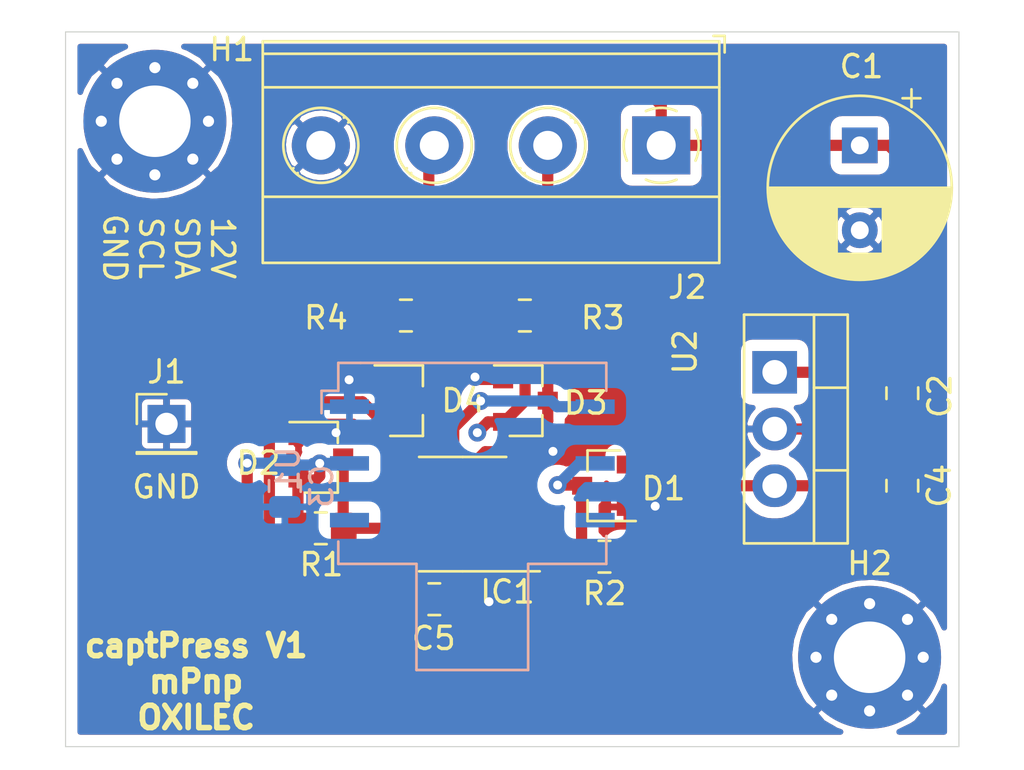
<source format=kicad_pcb>
(kicad_pcb (version 20171130) (host pcbnew "(5.1.4)-1")

  (general
    (thickness 1.6)
    (drawings 7)
    (tracks 130)
    (zones 0)
    (modules 20)
    (nets 10)
  )

  (page A4)
  (layers
    (0 F.Cu signal)
    (31 B.Cu signal)
    (32 B.Adhes user)
    (33 F.Adhes user)
    (34 B.Paste user)
    (35 F.Paste user)
    (36 B.SilkS user)
    (37 F.SilkS user)
    (38 B.Mask user)
    (39 F.Mask user)
    (40 Dwgs.User user)
    (41 Cmts.User user)
    (42 Eco1.User user)
    (43 Eco2.User user)
    (44 Edge.Cuts user)
    (45 Margin user)
    (46 B.CrtYd user)
    (47 F.CrtYd user)
    (48 B.Fab user)
    (49 F.Fab user)
  )

  (setup
    (last_trace_width 0.5)
    (user_trace_width 0.5)
    (trace_clearance 0.2)
    (zone_clearance 0.508)
    (zone_45_only no)
    (trace_min 0.2)
    (via_size 0.8)
    (via_drill 0.4)
    (via_min_size 0.4)
    (via_min_drill 0.3)
    (uvia_size 0.3)
    (uvia_drill 0.1)
    (uvias_allowed no)
    (uvia_min_size 0.2)
    (uvia_min_drill 0.1)
    (edge_width 0.05)
    (segment_width 0.2)
    (pcb_text_width 0.3)
    (pcb_text_size 1.5 1.5)
    (mod_edge_width 0.12)
    (mod_text_size 1 1)
    (mod_text_width 0.15)
    (pad_size 1.524 1.524)
    (pad_drill 0.762)
    (pad_to_mask_clearance 0.051)
    (solder_mask_min_width 0.25)
    (aux_axis_origin 0 0)
    (grid_origin 50.8 38.1)
    (visible_elements 7FFFFFFF)
    (pcbplotparams
      (layerselection 0x010fc_ffffffff)
      (usegerberextensions false)
      (usegerberattributes false)
      (usegerberadvancedattributes false)
      (creategerberjobfile false)
      (excludeedgelayer true)
      (linewidth 0.100000)
      (plotframeref false)
      (viasonmask false)
      (mode 1)
      (useauxorigin false)
      (hpglpennumber 1)
      (hpglpenspeed 20)
      (hpglpendiameter 15.000000)
      (psnegative false)
      (psa4output false)
      (plotreference true)
      (plotvalue true)
      (plotinvisibletext false)
      (padsonsilk false)
      (subtractmaskfromsilk false)
      (outputformat 1)
      (mirror false)
      (drillshape 1)
      (scaleselection 1)
      (outputdirectory ""))
  )

  (net 0 "")
  (net 1 +12V)
  (net 2 GND)
  (net 3 +3V3USB)
  (net 4 /I2C/SDA)
  (net 5 /I2C/SCL)
  (net 6 "Net-(D3-Pad3)")
  (net 7 "Net-(D4-Pad3)")
  (net 8 "Net-(U1-Pad3)")
  (net 9 "Net-(U1-Pad4)")

  (net_class Default "Ceci est la Netclass par défaut."
    (clearance 0.2)
    (trace_width 0.25)
    (via_dia 0.8)
    (via_drill 0.4)
    (uvia_dia 0.3)
    (uvia_drill 0.1)
    (add_net +12V)
    (add_net +3V3USB)
    (add_net /I2C/SCL)
    (add_net /I2C/SDA)
    (add_net GND)
    (add_net "Net-(D3-Pad3)")
    (add_net "Net-(D4-Pad3)")
    (add_net "Net-(U1-Pad3)")
    (add_net "Net-(U1-Pad4)")
  )

  (module Capacitor_SMD:C_0805_2012Metric (layer B.Cu) (tedit 5B36C52B) (tstamp 5EACEBE2)
    (at 60.61964 58.43016 90)
    (descr "Capacitor SMD 0805 (2012 Metric), square (rectangular) end terminal, IPC_7351 nominal, (Body size source: https://docs.google.com/spreadsheets/d/1BsfQQcO9C6DZCsRaXUlFlo91Tg2WpOkGARC1WS5S8t0/edit?usp=sharing), generated with kicad-footprint-generator")
    (tags capacitor)
    (path /5EB08A5F)
    (attr smd)
    (fp_text reference C3 (at 0 1.65 90) (layer B.SilkS)
      (effects (font (size 1 1) (thickness 0.15)) (justify mirror))
    )
    (fp_text value 100nF (at 0 -1.65 90) (layer B.Fab)
      (effects (font (size 1 1) (thickness 0.15)) (justify mirror))
    )
    (fp_line (start -1 -0.6) (end -1 0.6) (layer B.Fab) (width 0.1))
    (fp_line (start -1 0.6) (end 1 0.6) (layer B.Fab) (width 0.1))
    (fp_line (start 1 0.6) (end 1 -0.6) (layer B.Fab) (width 0.1))
    (fp_line (start 1 -0.6) (end -1 -0.6) (layer B.Fab) (width 0.1))
    (fp_line (start -0.258578 0.71) (end 0.258578 0.71) (layer B.SilkS) (width 0.12))
    (fp_line (start -0.258578 -0.71) (end 0.258578 -0.71) (layer B.SilkS) (width 0.12))
    (fp_line (start -1.68 -0.95) (end -1.68 0.95) (layer B.CrtYd) (width 0.05))
    (fp_line (start -1.68 0.95) (end 1.68 0.95) (layer B.CrtYd) (width 0.05))
    (fp_line (start 1.68 0.95) (end 1.68 -0.95) (layer B.CrtYd) (width 0.05))
    (fp_line (start 1.68 -0.95) (end -1.68 -0.95) (layer B.CrtYd) (width 0.05))
    (fp_text user %R (at 0 0 90) (layer B.Fab)
      (effects (font (size 0.5 0.5) (thickness 0.08)) (justify mirror))
    )
    (pad 1 smd roundrect (at -0.9375 0 90) (size 0.975 1.4) (layers B.Cu B.Paste B.Mask) (roundrect_rratio 0.25)
      (net 2 GND))
    (pad 2 smd roundrect (at 0.9375 0 90) (size 0.975 1.4) (layers B.Cu B.Paste B.Mask) (roundrect_rratio 0.25)
      (net 3 +3V3USB))
    (model ${KISYS3DMOD}/Capacitor_SMD.3dshapes/C_0805_2012Metric.wrl
      (at (xyz 0 0 0))
      (scale (xyz 1 1 1))
      (rotate (xyz 0 0 0))
    )
  )

  (module MyLibKicad:ABPMRRV015PD2A3 (layer B.Cu) (tedit 5EA9EE5F) (tstamp 5EACEC01)
    (at 69.0118 57.41924 270)
    (path /5EB05E5F)
    (fp_text reference U1 (at 0.25 8.25 90) (layer B.SilkS)
      (effects (font (size 1 1) (thickness 0.15)) (justify mirror))
    )
    (fp_text value ABPMRRV015PD2A3 (at 0 0 90) (layer B.Fab)
      (effects (font (size 1 1) (thickness 0.15)) (justify mirror))
    )
    (fp_line (start -4 5.5) (end -4 -5.5) (layer B.Fab) (width 0.12))
    (fp_line (start -4 -5.5) (end 4 -5.5) (layer B.Fab) (width 0.12))
    (fp_line (start 4 -5.5) (end 4 5.5) (layer B.Fab) (width 0.12))
    (fp_line (start 4 5.5) (end -4 5.5) (layer B.Fab) (width 0.12))
    (fp_line (start 4 2) (end 8.75 2) (layer B.Fab) (width 0.12))
    (fp_line (start 8.75 2) (end 8.75 -2) (layer B.Fab) (width 0.12))
    (fp_line (start 8.75 -2) (end 4 -2) (layer B.Fab) (width 0.12))
    (fp_line (start -4.5 5) (end -4.5 6) (layer B.SilkS) (width 0.12))
    (fp_line (start -4.5 6) (end -3.25 6) (layer B.SilkS) (width 0.12))
    (fp_line (start -3.25 6) (end -3.25 6.75) (layer B.SilkS) (width 0.12))
    (fp_line (start -3.25 6.75) (end -2.25 6.75) (layer B.SilkS) (width 0.12))
    (fp_line (start 3.25 -6) (end 4.5 -6) (layer B.SilkS) (width 0.12))
    (fp_line (start 4.5 -6) (end 4.5 -2.5) (layer B.SilkS) (width 0.12))
    (fp_line (start -4.5 5) (end -4.5 2.75) (layer B.SilkS) (width 0.12))
    (fp_line (start 3.5 6) (end 4.5 6) (layer B.SilkS) (width 0.12))
    (fp_line (start 4.5 6) (end 4.5 2.5) (layer B.SilkS) (width 0.12))
    (fp_line (start 4.5 2.5) (end 9.25 2.5) (layer B.SilkS) (width 0.12))
    (fp_line (start 9.25 2.5) (end 9.25 -2.5) (layer B.SilkS) (width 0.12))
    (fp_line (start 9.25 -2.5) (end 4.5 -2.5) (layer B.SilkS) (width 0.12))
    (fp_line (start -4.5 2.75) (end -4.5 -6) (layer B.SilkS) (width 0.12))
    (fp_line (start -4.5 -6) (end -3.25 -6) (layer B.SilkS) (width 0.12))
    (pad 1 smd rect (at -2.54 5.5 270) (size 0.65 1.75) (layers B.Cu B.Paste B.Mask)
      (net 2 GND))
    (pad 2 smd rect (at 0 5.5 270) (size 0.65 1.75) (layers B.Cu B.Paste B.Mask)
      (net 3 +3V3USB))
    (pad 3 smd rect (at 2.54 5.5 270) (size 0.65 1.75) (layers B.Cu B.Paste B.Mask)
      (net 8 "Net-(U1-Pad3)"))
    (pad 4 smd rect (at 2.54 -5.5 270) (size 0.65 1.75) (layers B.Cu B.Paste B.Mask)
      (net 9 "Net-(U1-Pad4)"))
    (pad 5 smd rect (at 0 -5.5 270) (size 0.65 1.75) (layers B.Cu B.Paste B.Mask)
      (net 4 /I2C/SDA))
    (pad 6 smd rect (at -2.54 -5.5 270) (size 0.65 1.75) (layers B.Cu B.Paste B.Mask)
      (net 5 /I2C/SCL))
  )

  (module Capacitor_THT:CP_Radial_D8.0mm_P3.80mm (layer F.Cu) (tedit 5AE50EF0) (tstamp 5EAA1C63)
    (at 86.36 43.18 270)
    (descr "CP, Radial series, Radial, pin pitch=3.80mm, , diameter=8mm, Electrolytic Capacitor")
    (tags "CP Radial series Radial pin pitch 3.80mm  diameter 8mm Electrolytic Capacitor")
    (path /5EA9BCAF)
    (fp_text reference C1 (at -3.5306 -0.0762 180) (layer F.SilkS)
      (effects (font (size 1 1) (thickness 0.15)))
    )
    (fp_text value CP1 (at 1.9 5.25 90) (layer F.Fab)
      (effects (font (size 1 1) (thickness 0.15)))
    )
    (fp_circle (center 1.9 0) (end 5.9 0) (layer F.Fab) (width 0.1))
    (fp_circle (center 1.9 0) (end 6.02 0) (layer F.SilkS) (width 0.12))
    (fp_circle (center 1.9 0) (end 6.15 0) (layer F.CrtYd) (width 0.05))
    (fp_line (start -1.526759 -1.7475) (end -0.726759 -1.7475) (layer F.Fab) (width 0.1))
    (fp_line (start -1.126759 -2.1475) (end -1.126759 -1.3475) (layer F.Fab) (width 0.1))
    (fp_line (start 1.9 -4.08) (end 1.9 4.08) (layer F.SilkS) (width 0.12))
    (fp_line (start 1.94 -4.08) (end 1.94 4.08) (layer F.SilkS) (width 0.12))
    (fp_line (start 1.98 -4.08) (end 1.98 4.08) (layer F.SilkS) (width 0.12))
    (fp_line (start 2.02 -4.079) (end 2.02 4.079) (layer F.SilkS) (width 0.12))
    (fp_line (start 2.06 -4.077) (end 2.06 4.077) (layer F.SilkS) (width 0.12))
    (fp_line (start 2.1 -4.076) (end 2.1 4.076) (layer F.SilkS) (width 0.12))
    (fp_line (start 2.14 -4.074) (end 2.14 4.074) (layer F.SilkS) (width 0.12))
    (fp_line (start 2.18 -4.071) (end 2.18 4.071) (layer F.SilkS) (width 0.12))
    (fp_line (start 2.22 -4.068) (end 2.22 4.068) (layer F.SilkS) (width 0.12))
    (fp_line (start 2.26 -4.065) (end 2.26 4.065) (layer F.SilkS) (width 0.12))
    (fp_line (start 2.3 -4.061) (end 2.3 4.061) (layer F.SilkS) (width 0.12))
    (fp_line (start 2.34 -4.057) (end 2.34 4.057) (layer F.SilkS) (width 0.12))
    (fp_line (start 2.38 -4.052) (end 2.38 4.052) (layer F.SilkS) (width 0.12))
    (fp_line (start 2.42 -4.048) (end 2.42 4.048) (layer F.SilkS) (width 0.12))
    (fp_line (start 2.46 -4.042) (end 2.46 4.042) (layer F.SilkS) (width 0.12))
    (fp_line (start 2.5 -4.037) (end 2.5 4.037) (layer F.SilkS) (width 0.12))
    (fp_line (start 2.54 -4.03) (end 2.54 4.03) (layer F.SilkS) (width 0.12))
    (fp_line (start 2.58 -4.024) (end 2.58 4.024) (layer F.SilkS) (width 0.12))
    (fp_line (start 2.621 -4.017) (end 2.621 4.017) (layer F.SilkS) (width 0.12))
    (fp_line (start 2.661 -4.01) (end 2.661 4.01) (layer F.SilkS) (width 0.12))
    (fp_line (start 2.701 -4.002) (end 2.701 4.002) (layer F.SilkS) (width 0.12))
    (fp_line (start 2.741 -3.994) (end 2.741 3.994) (layer F.SilkS) (width 0.12))
    (fp_line (start 2.781 -3.985) (end 2.781 -1.04) (layer F.SilkS) (width 0.12))
    (fp_line (start 2.781 1.04) (end 2.781 3.985) (layer F.SilkS) (width 0.12))
    (fp_line (start 2.821 -3.976) (end 2.821 -1.04) (layer F.SilkS) (width 0.12))
    (fp_line (start 2.821 1.04) (end 2.821 3.976) (layer F.SilkS) (width 0.12))
    (fp_line (start 2.861 -3.967) (end 2.861 -1.04) (layer F.SilkS) (width 0.12))
    (fp_line (start 2.861 1.04) (end 2.861 3.967) (layer F.SilkS) (width 0.12))
    (fp_line (start 2.901 -3.957) (end 2.901 -1.04) (layer F.SilkS) (width 0.12))
    (fp_line (start 2.901 1.04) (end 2.901 3.957) (layer F.SilkS) (width 0.12))
    (fp_line (start 2.941 -3.947) (end 2.941 -1.04) (layer F.SilkS) (width 0.12))
    (fp_line (start 2.941 1.04) (end 2.941 3.947) (layer F.SilkS) (width 0.12))
    (fp_line (start 2.981 -3.936) (end 2.981 -1.04) (layer F.SilkS) (width 0.12))
    (fp_line (start 2.981 1.04) (end 2.981 3.936) (layer F.SilkS) (width 0.12))
    (fp_line (start 3.021 -3.925) (end 3.021 -1.04) (layer F.SilkS) (width 0.12))
    (fp_line (start 3.021 1.04) (end 3.021 3.925) (layer F.SilkS) (width 0.12))
    (fp_line (start 3.061 -3.914) (end 3.061 -1.04) (layer F.SilkS) (width 0.12))
    (fp_line (start 3.061 1.04) (end 3.061 3.914) (layer F.SilkS) (width 0.12))
    (fp_line (start 3.101 -3.902) (end 3.101 -1.04) (layer F.SilkS) (width 0.12))
    (fp_line (start 3.101 1.04) (end 3.101 3.902) (layer F.SilkS) (width 0.12))
    (fp_line (start 3.141 -3.889) (end 3.141 -1.04) (layer F.SilkS) (width 0.12))
    (fp_line (start 3.141 1.04) (end 3.141 3.889) (layer F.SilkS) (width 0.12))
    (fp_line (start 3.181 -3.877) (end 3.181 -1.04) (layer F.SilkS) (width 0.12))
    (fp_line (start 3.181 1.04) (end 3.181 3.877) (layer F.SilkS) (width 0.12))
    (fp_line (start 3.221 -3.863) (end 3.221 -1.04) (layer F.SilkS) (width 0.12))
    (fp_line (start 3.221 1.04) (end 3.221 3.863) (layer F.SilkS) (width 0.12))
    (fp_line (start 3.261 -3.85) (end 3.261 -1.04) (layer F.SilkS) (width 0.12))
    (fp_line (start 3.261 1.04) (end 3.261 3.85) (layer F.SilkS) (width 0.12))
    (fp_line (start 3.301 -3.835) (end 3.301 -1.04) (layer F.SilkS) (width 0.12))
    (fp_line (start 3.301 1.04) (end 3.301 3.835) (layer F.SilkS) (width 0.12))
    (fp_line (start 3.341 -3.821) (end 3.341 -1.04) (layer F.SilkS) (width 0.12))
    (fp_line (start 3.341 1.04) (end 3.341 3.821) (layer F.SilkS) (width 0.12))
    (fp_line (start 3.381 -3.805) (end 3.381 -1.04) (layer F.SilkS) (width 0.12))
    (fp_line (start 3.381 1.04) (end 3.381 3.805) (layer F.SilkS) (width 0.12))
    (fp_line (start 3.421 -3.79) (end 3.421 -1.04) (layer F.SilkS) (width 0.12))
    (fp_line (start 3.421 1.04) (end 3.421 3.79) (layer F.SilkS) (width 0.12))
    (fp_line (start 3.461 -3.774) (end 3.461 -1.04) (layer F.SilkS) (width 0.12))
    (fp_line (start 3.461 1.04) (end 3.461 3.774) (layer F.SilkS) (width 0.12))
    (fp_line (start 3.501 -3.757) (end 3.501 -1.04) (layer F.SilkS) (width 0.12))
    (fp_line (start 3.501 1.04) (end 3.501 3.757) (layer F.SilkS) (width 0.12))
    (fp_line (start 3.541 -3.74) (end 3.541 -1.04) (layer F.SilkS) (width 0.12))
    (fp_line (start 3.541 1.04) (end 3.541 3.74) (layer F.SilkS) (width 0.12))
    (fp_line (start 3.581 -3.722) (end 3.581 -1.04) (layer F.SilkS) (width 0.12))
    (fp_line (start 3.581 1.04) (end 3.581 3.722) (layer F.SilkS) (width 0.12))
    (fp_line (start 3.621 -3.704) (end 3.621 -1.04) (layer F.SilkS) (width 0.12))
    (fp_line (start 3.621 1.04) (end 3.621 3.704) (layer F.SilkS) (width 0.12))
    (fp_line (start 3.661 -3.686) (end 3.661 -1.04) (layer F.SilkS) (width 0.12))
    (fp_line (start 3.661 1.04) (end 3.661 3.686) (layer F.SilkS) (width 0.12))
    (fp_line (start 3.701 -3.666) (end 3.701 -1.04) (layer F.SilkS) (width 0.12))
    (fp_line (start 3.701 1.04) (end 3.701 3.666) (layer F.SilkS) (width 0.12))
    (fp_line (start 3.741 -3.647) (end 3.741 -1.04) (layer F.SilkS) (width 0.12))
    (fp_line (start 3.741 1.04) (end 3.741 3.647) (layer F.SilkS) (width 0.12))
    (fp_line (start 3.781 -3.627) (end 3.781 -1.04) (layer F.SilkS) (width 0.12))
    (fp_line (start 3.781 1.04) (end 3.781 3.627) (layer F.SilkS) (width 0.12))
    (fp_line (start 3.821 -3.606) (end 3.821 -1.04) (layer F.SilkS) (width 0.12))
    (fp_line (start 3.821 1.04) (end 3.821 3.606) (layer F.SilkS) (width 0.12))
    (fp_line (start 3.861 -3.584) (end 3.861 -1.04) (layer F.SilkS) (width 0.12))
    (fp_line (start 3.861 1.04) (end 3.861 3.584) (layer F.SilkS) (width 0.12))
    (fp_line (start 3.901 -3.562) (end 3.901 -1.04) (layer F.SilkS) (width 0.12))
    (fp_line (start 3.901 1.04) (end 3.901 3.562) (layer F.SilkS) (width 0.12))
    (fp_line (start 3.941 -3.54) (end 3.941 -1.04) (layer F.SilkS) (width 0.12))
    (fp_line (start 3.941 1.04) (end 3.941 3.54) (layer F.SilkS) (width 0.12))
    (fp_line (start 3.981 -3.517) (end 3.981 -1.04) (layer F.SilkS) (width 0.12))
    (fp_line (start 3.981 1.04) (end 3.981 3.517) (layer F.SilkS) (width 0.12))
    (fp_line (start 4.021 -3.493) (end 4.021 -1.04) (layer F.SilkS) (width 0.12))
    (fp_line (start 4.021 1.04) (end 4.021 3.493) (layer F.SilkS) (width 0.12))
    (fp_line (start 4.061 -3.469) (end 4.061 -1.04) (layer F.SilkS) (width 0.12))
    (fp_line (start 4.061 1.04) (end 4.061 3.469) (layer F.SilkS) (width 0.12))
    (fp_line (start 4.101 -3.444) (end 4.101 -1.04) (layer F.SilkS) (width 0.12))
    (fp_line (start 4.101 1.04) (end 4.101 3.444) (layer F.SilkS) (width 0.12))
    (fp_line (start 4.141 -3.418) (end 4.141 -1.04) (layer F.SilkS) (width 0.12))
    (fp_line (start 4.141 1.04) (end 4.141 3.418) (layer F.SilkS) (width 0.12))
    (fp_line (start 4.181 -3.392) (end 4.181 -1.04) (layer F.SilkS) (width 0.12))
    (fp_line (start 4.181 1.04) (end 4.181 3.392) (layer F.SilkS) (width 0.12))
    (fp_line (start 4.221 -3.365) (end 4.221 -1.04) (layer F.SilkS) (width 0.12))
    (fp_line (start 4.221 1.04) (end 4.221 3.365) (layer F.SilkS) (width 0.12))
    (fp_line (start 4.261 -3.338) (end 4.261 -1.04) (layer F.SilkS) (width 0.12))
    (fp_line (start 4.261 1.04) (end 4.261 3.338) (layer F.SilkS) (width 0.12))
    (fp_line (start 4.301 -3.309) (end 4.301 -1.04) (layer F.SilkS) (width 0.12))
    (fp_line (start 4.301 1.04) (end 4.301 3.309) (layer F.SilkS) (width 0.12))
    (fp_line (start 4.341 -3.28) (end 4.341 -1.04) (layer F.SilkS) (width 0.12))
    (fp_line (start 4.341 1.04) (end 4.341 3.28) (layer F.SilkS) (width 0.12))
    (fp_line (start 4.381 -3.25) (end 4.381 -1.04) (layer F.SilkS) (width 0.12))
    (fp_line (start 4.381 1.04) (end 4.381 3.25) (layer F.SilkS) (width 0.12))
    (fp_line (start 4.421 -3.22) (end 4.421 -1.04) (layer F.SilkS) (width 0.12))
    (fp_line (start 4.421 1.04) (end 4.421 3.22) (layer F.SilkS) (width 0.12))
    (fp_line (start 4.461 -3.189) (end 4.461 -1.04) (layer F.SilkS) (width 0.12))
    (fp_line (start 4.461 1.04) (end 4.461 3.189) (layer F.SilkS) (width 0.12))
    (fp_line (start 4.501 -3.156) (end 4.501 -1.04) (layer F.SilkS) (width 0.12))
    (fp_line (start 4.501 1.04) (end 4.501 3.156) (layer F.SilkS) (width 0.12))
    (fp_line (start 4.541 -3.124) (end 4.541 -1.04) (layer F.SilkS) (width 0.12))
    (fp_line (start 4.541 1.04) (end 4.541 3.124) (layer F.SilkS) (width 0.12))
    (fp_line (start 4.581 -3.09) (end 4.581 -1.04) (layer F.SilkS) (width 0.12))
    (fp_line (start 4.581 1.04) (end 4.581 3.09) (layer F.SilkS) (width 0.12))
    (fp_line (start 4.621 -3.055) (end 4.621 -1.04) (layer F.SilkS) (width 0.12))
    (fp_line (start 4.621 1.04) (end 4.621 3.055) (layer F.SilkS) (width 0.12))
    (fp_line (start 4.661 -3.019) (end 4.661 -1.04) (layer F.SilkS) (width 0.12))
    (fp_line (start 4.661 1.04) (end 4.661 3.019) (layer F.SilkS) (width 0.12))
    (fp_line (start 4.701 -2.983) (end 4.701 -1.04) (layer F.SilkS) (width 0.12))
    (fp_line (start 4.701 1.04) (end 4.701 2.983) (layer F.SilkS) (width 0.12))
    (fp_line (start 4.741 -2.945) (end 4.741 -1.04) (layer F.SilkS) (width 0.12))
    (fp_line (start 4.741 1.04) (end 4.741 2.945) (layer F.SilkS) (width 0.12))
    (fp_line (start 4.781 -2.907) (end 4.781 -1.04) (layer F.SilkS) (width 0.12))
    (fp_line (start 4.781 1.04) (end 4.781 2.907) (layer F.SilkS) (width 0.12))
    (fp_line (start 4.821 -2.867) (end 4.821 -1.04) (layer F.SilkS) (width 0.12))
    (fp_line (start 4.821 1.04) (end 4.821 2.867) (layer F.SilkS) (width 0.12))
    (fp_line (start 4.861 -2.826) (end 4.861 2.826) (layer F.SilkS) (width 0.12))
    (fp_line (start 4.901 -2.784) (end 4.901 2.784) (layer F.SilkS) (width 0.12))
    (fp_line (start 4.941 -2.741) (end 4.941 2.741) (layer F.SilkS) (width 0.12))
    (fp_line (start 4.981 -2.697) (end 4.981 2.697) (layer F.SilkS) (width 0.12))
    (fp_line (start 5.021 -2.651) (end 5.021 2.651) (layer F.SilkS) (width 0.12))
    (fp_line (start 5.061 -2.604) (end 5.061 2.604) (layer F.SilkS) (width 0.12))
    (fp_line (start 5.101 -2.556) (end 5.101 2.556) (layer F.SilkS) (width 0.12))
    (fp_line (start 5.141 -2.505) (end 5.141 2.505) (layer F.SilkS) (width 0.12))
    (fp_line (start 5.181 -2.454) (end 5.181 2.454) (layer F.SilkS) (width 0.12))
    (fp_line (start 5.221 -2.4) (end 5.221 2.4) (layer F.SilkS) (width 0.12))
    (fp_line (start 5.261 -2.345) (end 5.261 2.345) (layer F.SilkS) (width 0.12))
    (fp_line (start 5.301 -2.287) (end 5.301 2.287) (layer F.SilkS) (width 0.12))
    (fp_line (start 5.341 -2.228) (end 5.341 2.228) (layer F.SilkS) (width 0.12))
    (fp_line (start 5.381 -2.166) (end 5.381 2.166) (layer F.SilkS) (width 0.12))
    (fp_line (start 5.421 -2.102) (end 5.421 2.102) (layer F.SilkS) (width 0.12))
    (fp_line (start 5.461 -2.034) (end 5.461 2.034) (layer F.SilkS) (width 0.12))
    (fp_line (start 5.501 -1.964) (end 5.501 1.964) (layer F.SilkS) (width 0.12))
    (fp_line (start 5.541 -1.89) (end 5.541 1.89) (layer F.SilkS) (width 0.12))
    (fp_line (start 5.581 -1.813) (end 5.581 1.813) (layer F.SilkS) (width 0.12))
    (fp_line (start 5.621 -1.731) (end 5.621 1.731) (layer F.SilkS) (width 0.12))
    (fp_line (start 5.661 -1.645) (end 5.661 1.645) (layer F.SilkS) (width 0.12))
    (fp_line (start 5.701 -1.552) (end 5.701 1.552) (layer F.SilkS) (width 0.12))
    (fp_line (start 5.741 -1.453) (end 5.741 1.453) (layer F.SilkS) (width 0.12))
    (fp_line (start 5.781 -1.346) (end 5.781 1.346) (layer F.SilkS) (width 0.12))
    (fp_line (start 5.821 -1.229) (end 5.821 1.229) (layer F.SilkS) (width 0.12))
    (fp_line (start 5.861 -1.098) (end 5.861 1.098) (layer F.SilkS) (width 0.12))
    (fp_line (start 5.901 -0.948) (end 5.901 0.948) (layer F.SilkS) (width 0.12))
    (fp_line (start 5.941 -0.768) (end 5.941 0.768) (layer F.SilkS) (width 0.12))
    (fp_line (start 5.981 -0.533) (end 5.981 0.533) (layer F.SilkS) (width 0.12))
    (fp_line (start -2.509698 -2.315) (end -1.709698 -2.315) (layer F.SilkS) (width 0.12))
    (fp_line (start -2.109698 -2.715) (end -2.109698 -1.915) (layer F.SilkS) (width 0.12))
    (fp_text user %R (at 1.9 0 90) (layer F.Fab)
      (effects (font (size 1 1) (thickness 0.15)))
    )
    (pad 1 thru_hole rect (at 0 0 270) (size 1.6 1.6) (drill 0.8) (layers *.Cu *.Mask)
      (net 1 +12V))
    (pad 2 thru_hole circle (at 3.8 0 270) (size 1.6 1.6) (drill 0.8) (layers *.Cu *.Mask)
      (net 2 GND))
    (model ${KISYS3DMOD}/Capacitor_THT.3dshapes/CP_Radial_D8.0mm_P3.80mm.wrl
      (at (xyz 0 0 0))
      (scale (xyz 1 1 1))
      (rotate (xyz 0 0 0))
    )
  )

  (module Capacitor_SMD:C_0805_2012Metric (layer F.Cu) (tedit 5B36C52B) (tstamp 5EAA1C74)
    (at 88.265 54.2775 90)
    (descr "Capacitor SMD 0805 (2012 Metric), square (rectangular) end terminal, IPC_7351 nominal, (Body size source: https://docs.google.com/spreadsheets/d/1BsfQQcO9C6DZCsRaXUlFlo91Tg2WpOkGARC1WS5S8t0/edit?usp=sharing), generated with kicad-footprint-generator")
    (tags capacitor)
    (path /5D1379A2)
    (attr smd)
    (fp_text reference C2 (at -0.1293 1.6764 90) (layer F.SilkS)
      (effects (font (size 1 1) (thickness 0.15)))
    )
    (fp_text value 100nF (at 0 1.65 90) (layer F.Fab)
      (effects (font (size 1 1) (thickness 0.15)))
    )
    (fp_line (start -1 0.6) (end -1 -0.6) (layer F.Fab) (width 0.1))
    (fp_line (start -1 -0.6) (end 1 -0.6) (layer F.Fab) (width 0.1))
    (fp_line (start 1 -0.6) (end 1 0.6) (layer F.Fab) (width 0.1))
    (fp_line (start 1 0.6) (end -1 0.6) (layer F.Fab) (width 0.1))
    (fp_line (start -0.258578 -0.71) (end 0.258578 -0.71) (layer F.SilkS) (width 0.12))
    (fp_line (start -0.258578 0.71) (end 0.258578 0.71) (layer F.SilkS) (width 0.12))
    (fp_line (start -1.68 0.95) (end -1.68 -0.95) (layer F.CrtYd) (width 0.05))
    (fp_line (start -1.68 -0.95) (end 1.68 -0.95) (layer F.CrtYd) (width 0.05))
    (fp_line (start 1.68 -0.95) (end 1.68 0.95) (layer F.CrtYd) (width 0.05))
    (fp_line (start 1.68 0.95) (end -1.68 0.95) (layer F.CrtYd) (width 0.05))
    (fp_text user %R (at 0 0 90) (layer F.Fab)
      (effects (font (size 0.5 0.5) (thickness 0.08)))
    )
    (pad 1 smd roundrect (at -0.9375 0 90) (size 0.975 1.4) (layers F.Cu F.Paste F.Mask) (roundrect_rratio 0.25)
      (net 2 GND))
    (pad 2 smd roundrect (at 0.9375 0 90) (size 0.975 1.4) (layers F.Cu F.Paste F.Mask) (roundrect_rratio 0.25)
      (net 1 +12V))
    (model ${KISYS3DMOD}/Capacitor_SMD.3dshapes/C_0805_2012Metric.wrl
      (at (xyz 0 0 0))
      (scale (xyz 1 1 1))
      (rotate (xyz 0 0 0))
    )
  )

  (module Capacitor_SMD:C_0805_2012Metric (layer F.Cu) (tedit 5B36C52B) (tstamp 5EAA1C96)
    (at 88.265 58.42 270)
    (descr "Capacitor SMD 0805 (2012 Metric), square (rectangular) end terminal, IPC_7351 nominal, (Body size source: https://docs.google.com/spreadsheets/d/1BsfQQcO9C6DZCsRaXUlFlo91Tg2WpOkGARC1WS5S8t0/edit?usp=sharing), generated with kicad-footprint-generator")
    (tags capacitor)
    (path /5D1019C1)
    (attr smd)
    (fp_text reference C4 (at 0 -1.65 90) (layer F.SilkS)
      (effects (font (size 1 1) (thickness 0.15)))
    )
    (fp_text value 2.2uF (at 0 1.65 90) (layer F.Fab)
      (effects (font (size 1 1) (thickness 0.15)))
    )
    (fp_text user %R (at 0 0 90) (layer F.Fab)
      (effects (font (size 0.5 0.5) (thickness 0.08)))
    )
    (fp_line (start 1.68 0.95) (end -1.68 0.95) (layer F.CrtYd) (width 0.05))
    (fp_line (start 1.68 -0.95) (end 1.68 0.95) (layer F.CrtYd) (width 0.05))
    (fp_line (start -1.68 -0.95) (end 1.68 -0.95) (layer F.CrtYd) (width 0.05))
    (fp_line (start -1.68 0.95) (end -1.68 -0.95) (layer F.CrtYd) (width 0.05))
    (fp_line (start -0.258578 0.71) (end 0.258578 0.71) (layer F.SilkS) (width 0.12))
    (fp_line (start -0.258578 -0.71) (end 0.258578 -0.71) (layer F.SilkS) (width 0.12))
    (fp_line (start 1 0.6) (end -1 0.6) (layer F.Fab) (width 0.1))
    (fp_line (start 1 -0.6) (end 1 0.6) (layer F.Fab) (width 0.1))
    (fp_line (start -1 -0.6) (end 1 -0.6) (layer F.Fab) (width 0.1))
    (fp_line (start -1 0.6) (end -1 -0.6) (layer F.Fab) (width 0.1))
    (pad 2 smd roundrect (at 0.9375 0 270) (size 0.975 1.4) (layers F.Cu F.Paste F.Mask) (roundrect_rratio 0.25)
      (net 3 +3V3USB))
    (pad 1 smd roundrect (at -0.9375 0 270) (size 0.975 1.4) (layers F.Cu F.Paste F.Mask) (roundrect_rratio 0.25)
      (net 2 GND))
    (model ${KISYS3DMOD}/Capacitor_SMD.3dshapes/C_0805_2012Metric.wrl
      (at (xyz 0 0 0))
      (scale (xyz 1 1 1))
      (rotate (xyz 0 0 0))
    )
  )

  (module Capacitor_SMD:C_0805_2012Metric (layer F.Cu) (tedit 5B36C52B) (tstamp 5EAA1CB8)
    (at 67.31 63.5)
    (descr "Capacitor SMD 0805 (2012 Metric), square (rectangular) end terminal, IPC_7351 nominal, (Body size source: https://docs.google.com/spreadsheets/d/1BsfQQcO9C6DZCsRaXUlFlo91Tg2WpOkGARC1WS5S8t0/edit?usp=sharing), generated with kicad-footprint-generator")
    (tags capacitor)
    (path /5EAEF503/5EB5F199)
    (attr smd)
    (fp_text reference C5 (at -0.0254 1.7526) (layer F.SilkS)
      (effects (font (size 1 1) (thickness 0.15)))
    )
    (fp_text value 100nF (at 0 1.65) (layer F.Fab)
      (effects (font (size 1 1) (thickness 0.15)))
    )
    (fp_text user %R (at 0 0) (layer F.Fab)
      (effects (font (size 0.5 0.5) (thickness 0.08)))
    )
    (fp_line (start 1.68 0.95) (end -1.68 0.95) (layer F.CrtYd) (width 0.05))
    (fp_line (start 1.68 -0.95) (end 1.68 0.95) (layer F.CrtYd) (width 0.05))
    (fp_line (start -1.68 -0.95) (end 1.68 -0.95) (layer F.CrtYd) (width 0.05))
    (fp_line (start -1.68 0.95) (end -1.68 -0.95) (layer F.CrtYd) (width 0.05))
    (fp_line (start -0.258578 0.71) (end 0.258578 0.71) (layer F.SilkS) (width 0.12))
    (fp_line (start -0.258578 -0.71) (end 0.258578 -0.71) (layer F.SilkS) (width 0.12))
    (fp_line (start 1 0.6) (end -1 0.6) (layer F.Fab) (width 0.1))
    (fp_line (start 1 -0.6) (end 1 0.6) (layer F.Fab) (width 0.1))
    (fp_line (start -1 -0.6) (end 1 -0.6) (layer F.Fab) (width 0.1))
    (fp_line (start -1 0.6) (end -1 -0.6) (layer F.Fab) (width 0.1))
    (pad 2 smd roundrect (at 0.9375 0) (size 0.975 1.4) (layers F.Cu F.Paste F.Mask) (roundrect_rratio 0.25)
      (net 2 GND))
    (pad 1 smd roundrect (at -0.9375 0) (size 0.975 1.4) (layers F.Cu F.Paste F.Mask) (roundrect_rratio 0.25)
      (net 1 +12V))
    (model ${KISYS3DMOD}/Capacitor_SMD.3dshapes/C_0805_2012Metric.wrl
      (at (xyz 0 0 0))
      (scale (xyz 1 1 1))
      (rotate (xyz 0 0 0))
    )
  )

  (module Package_TO_SOT_SMD:SOT-23 (layer F.Cu) (tedit 5A02FF57) (tstamp 5EAA1CCD)
    (at 74.93 58.42 180)
    (descr "SOT-23, Standard")
    (tags SOT-23)
    (path /5EAEF503/5EB6905D)
    (attr smd)
    (fp_text reference D1 (at -2.6416 -0.127) (layer F.SilkS)
      (effects (font (size 1 1) (thickness 0.15)))
    )
    (fp_text value BAT54S (at 0 2.5) (layer F.Fab)
      (effects (font (size 1 1) (thickness 0.15)))
    )
    (fp_line (start 0.76 1.58) (end -0.7 1.58) (layer F.SilkS) (width 0.12))
    (fp_line (start 0.76 -1.58) (end -1.4 -1.58) (layer F.SilkS) (width 0.12))
    (fp_line (start -1.7 1.75) (end -1.7 -1.75) (layer F.CrtYd) (width 0.05))
    (fp_line (start 1.7 1.75) (end -1.7 1.75) (layer F.CrtYd) (width 0.05))
    (fp_line (start 1.7 -1.75) (end 1.7 1.75) (layer F.CrtYd) (width 0.05))
    (fp_line (start -1.7 -1.75) (end 1.7 -1.75) (layer F.CrtYd) (width 0.05))
    (fp_line (start 0.76 -1.58) (end 0.76 -0.65) (layer F.SilkS) (width 0.12))
    (fp_line (start 0.76 1.58) (end 0.76 0.65) (layer F.SilkS) (width 0.12))
    (fp_line (start -0.7 1.52) (end 0.7 1.52) (layer F.Fab) (width 0.1))
    (fp_line (start 0.7 -1.52) (end 0.7 1.52) (layer F.Fab) (width 0.1))
    (fp_line (start -0.7 -0.95) (end -0.15 -1.52) (layer F.Fab) (width 0.1))
    (fp_line (start -0.15 -1.52) (end 0.7 -1.52) (layer F.Fab) (width 0.1))
    (fp_line (start -0.7 -0.95) (end -0.7 1.5) (layer F.Fab) (width 0.1))
    (fp_text user %R (at 0 0 90) (layer F.Fab)
      (effects (font (size 0.5 0.5) (thickness 0.075)))
    )
    (pad 3 smd rect (at 1 0 180) (size 0.9 0.8) (layers F.Cu F.Paste F.Mask)
      (net 4 /I2C/SDA))
    (pad 2 smd rect (at -1 0.95 180) (size 0.9 0.8) (layers F.Cu F.Paste F.Mask)
      (net 3 +3V3USB))
    (pad 1 smd rect (at -1 -0.95 180) (size 0.9 0.8) (layers F.Cu F.Paste F.Mask)
      (net 2 GND))
    (model ${KISYS3DMOD}/Package_TO_SOT_SMD.3dshapes/SOT-23.wrl
      (at (xyz 0 0 0))
      (scale (xyz 1 1 1))
      (rotate (xyz 0 0 0))
    )
  )

  (module Package_TO_SOT_SMD:SOT-23 (layer F.Cu) (tedit 5A02FF57) (tstamp 5EAA1CE2)
    (at 62.23 57.15)
    (descr "SOT-23, Standard")
    (tags SOT-23)
    (path /5EAEF503/5EB69B43)
    (attr smd)
    (fp_text reference D2 (at -2.794 0.254) (layer F.SilkS)
      (effects (font (size 1 1) (thickness 0.15)))
    )
    (fp_text value BAT54S (at 0 2.5) (layer F.Fab)
      (effects (font (size 1 1) (thickness 0.15)))
    )
    (fp_text user %R (at 0 0 90) (layer F.Fab)
      (effects (font (size 0.5 0.5) (thickness 0.075)))
    )
    (fp_line (start -0.7 -0.95) (end -0.7 1.5) (layer F.Fab) (width 0.1))
    (fp_line (start -0.15 -1.52) (end 0.7 -1.52) (layer F.Fab) (width 0.1))
    (fp_line (start -0.7 -0.95) (end -0.15 -1.52) (layer F.Fab) (width 0.1))
    (fp_line (start 0.7 -1.52) (end 0.7 1.52) (layer F.Fab) (width 0.1))
    (fp_line (start -0.7 1.52) (end 0.7 1.52) (layer F.Fab) (width 0.1))
    (fp_line (start 0.76 1.58) (end 0.76 0.65) (layer F.SilkS) (width 0.12))
    (fp_line (start 0.76 -1.58) (end 0.76 -0.65) (layer F.SilkS) (width 0.12))
    (fp_line (start -1.7 -1.75) (end 1.7 -1.75) (layer F.CrtYd) (width 0.05))
    (fp_line (start 1.7 -1.75) (end 1.7 1.75) (layer F.CrtYd) (width 0.05))
    (fp_line (start 1.7 1.75) (end -1.7 1.75) (layer F.CrtYd) (width 0.05))
    (fp_line (start -1.7 1.75) (end -1.7 -1.75) (layer F.CrtYd) (width 0.05))
    (fp_line (start 0.76 -1.58) (end -1.4 -1.58) (layer F.SilkS) (width 0.12))
    (fp_line (start 0.76 1.58) (end -0.7 1.58) (layer F.SilkS) (width 0.12))
    (pad 1 smd rect (at -1 -0.95) (size 0.9 0.8) (layers F.Cu F.Paste F.Mask)
      (net 2 GND))
    (pad 2 smd rect (at -1 0.95) (size 0.9 0.8) (layers F.Cu F.Paste F.Mask)
      (net 3 +3V3USB))
    (pad 3 smd rect (at 1 0) (size 0.9 0.8) (layers F.Cu F.Paste F.Mask)
      (net 5 /I2C/SCL))
    (model ${KISYS3DMOD}/Package_TO_SOT_SMD.3dshapes/SOT-23.wrl
      (at (xyz 0 0 0))
      (scale (xyz 1 1 1))
      (rotate (xyz 0 0 0))
    )
  )

  (module Package_TO_SOT_SMD:SOT-23 (layer F.Cu) (tedit 5A02FF57) (tstamp 5EAA1CF7)
    (at 71.39 54.61)
    (descr "SOT-23, Standard")
    (tags SOT-23)
    (path /5EAEF503/5EB65723)
    (attr smd)
    (fp_text reference D3 (at 2.7018 0.1016) (layer F.SilkS)
      (effects (font (size 1 1) (thickness 0.15)))
    )
    (fp_text value BAT54S (at 0 2.5) (layer F.Fab)
      (effects (font (size 1 1) (thickness 0.15)))
    )
    (fp_line (start 0.76 1.58) (end -0.7 1.58) (layer F.SilkS) (width 0.12))
    (fp_line (start 0.76 -1.58) (end -1.4 -1.58) (layer F.SilkS) (width 0.12))
    (fp_line (start -1.7 1.75) (end -1.7 -1.75) (layer F.CrtYd) (width 0.05))
    (fp_line (start 1.7 1.75) (end -1.7 1.75) (layer F.CrtYd) (width 0.05))
    (fp_line (start 1.7 -1.75) (end 1.7 1.75) (layer F.CrtYd) (width 0.05))
    (fp_line (start -1.7 -1.75) (end 1.7 -1.75) (layer F.CrtYd) (width 0.05))
    (fp_line (start 0.76 -1.58) (end 0.76 -0.65) (layer F.SilkS) (width 0.12))
    (fp_line (start 0.76 1.58) (end 0.76 0.65) (layer F.SilkS) (width 0.12))
    (fp_line (start -0.7 1.52) (end 0.7 1.52) (layer F.Fab) (width 0.1))
    (fp_line (start 0.7 -1.52) (end 0.7 1.52) (layer F.Fab) (width 0.1))
    (fp_line (start -0.7 -0.95) (end -0.15 -1.52) (layer F.Fab) (width 0.1))
    (fp_line (start -0.15 -1.52) (end 0.7 -1.52) (layer F.Fab) (width 0.1))
    (fp_line (start -0.7 -0.95) (end -0.7 1.5) (layer F.Fab) (width 0.1))
    (fp_text user %R (at 0 0 90) (layer F.Fab)
      (effects (font (size 0.5 0.5) (thickness 0.075)))
    )
    (pad 3 smd rect (at 1 0) (size 0.9 0.8) (layers F.Cu F.Paste F.Mask)
      (net 6 "Net-(D3-Pad3)"))
    (pad 2 smd rect (at -1 0.95) (size 0.9 0.8) (layers F.Cu F.Paste F.Mask)
      (net 1 +12V))
    (pad 1 smd rect (at -1 -0.95) (size 0.9 0.8) (layers F.Cu F.Paste F.Mask)
      (net 2 GND))
    (model ${KISYS3DMOD}/Package_TO_SOT_SMD.3dshapes/SOT-23.wrl
      (at (xyz 0 0 0))
      (scale (xyz 1 1 1))
      (rotate (xyz 0 0 0))
    )
  )

  (module Package_TO_SOT_SMD:SOT-23 (layer F.Cu) (tedit 5A02FF57) (tstamp 5EAA1D0C)
    (at 66.04 54.61)
    (descr "SOT-23, Standard")
    (tags SOT-23)
    (path /5EAEF503/5EB680C0)
    (attr smd)
    (fp_text reference D4 (at 2.5654 0) (layer F.SilkS)
      (effects (font (size 1 1) (thickness 0.15)))
    )
    (fp_text value BAT54S (at 0 2.5) (layer F.Fab)
      (effects (font (size 1 1) (thickness 0.15)))
    )
    (fp_text user %R (at 0 0 90) (layer F.Fab)
      (effects (font (size 0.5 0.5) (thickness 0.075)))
    )
    (fp_line (start -0.7 -0.95) (end -0.7 1.5) (layer F.Fab) (width 0.1))
    (fp_line (start -0.15 -1.52) (end 0.7 -1.52) (layer F.Fab) (width 0.1))
    (fp_line (start -0.7 -0.95) (end -0.15 -1.52) (layer F.Fab) (width 0.1))
    (fp_line (start 0.7 -1.52) (end 0.7 1.52) (layer F.Fab) (width 0.1))
    (fp_line (start -0.7 1.52) (end 0.7 1.52) (layer F.Fab) (width 0.1))
    (fp_line (start 0.76 1.58) (end 0.76 0.65) (layer F.SilkS) (width 0.12))
    (fp_line (start 0.76 -1.58) (end 0.76 -0.65) (layer F.SilkS) (width 0.12))
    (fp_line (start -1.7 -1.75) (end 1.7 -1.75) (layer F.CrtYd) (width 0.05))
    (fp_line (start 1.7 -1.75) (end 1.7 1.75) (layer F.CrtYd) (width 0.05))
    (fp_line (start 1.7 1.75) (end -1.7 1.75) (layer F.CrtYd) (width 0.05))
    (fp_line (start -1.7 1.75) (end -1.7 -1.75) (layer F.CrtYd) (width 0.05))
    (fp_line (start 0.76 -1.58) (end -1.4 -1.58) (layer F.SilkS) (width 0.12))
    (fp_line (start 0.76 1.58) (end -0.7 1.58) (layer F.SilkS) (width 0.12))
    (pad 1 smd rect (at -1 -0.95) (size 0.9 0.8) (layers F.Cu F.Paste F.Mask)
      (net 2 GND))
    (pad 2 smd rect (at -1 0.95) (size 0.9 0.8) (layers F.Cu F.Paste F.Mask)
      (net 1 +12V))
    (pad 3 smd rect (at 1 0) (size 0.9 0.8) (layers F.Cu F.Paste F.Mask)
      (net 7 "Net-(D4-Pad3)"))
    (model ${KISYS3DMOD}/Package_TO_SOT_SMD.3dshapes/SOT-23.wrl
      (at (xyz 0 0 0))
      (scale (xyz 1 1 1))
      (rotate (xyz 0 0 0))
    )
  )

  (module MountingHole:MountingHole_3.2mm_M3_Pad_Via (layer F.Cu) (tedit 56DDBCCA) (tstamp 5EAA1D1C)
    (at 54.8 42.1)
    (descr "Mounting Hole 3.2mm, M3")
    (tags "mounting hole 3.2mm m3")
    (path /5EAB51AD)
    (attr virtual)
    (fp_text reference H1 (at 3.4422 -3.2126) (layer F.SilkS)
      (effects (font (size 1 1) (thickness 0.15)))
    )
    (fp_text value MountingHole_Pad (at 0 4.2) (layer F.Fab)
      (effects (font (size 1 1) (thickness 0.15)))
    )
    (fp_circle (center 0 0) (end 3.45 0) (layer F.CrtYd) (width 0.05))
    (fp_circle (center 0 0) (end 3.2 0) (layer Cmts.User) (width 0.15))
    (fp_text user %R (at 0.3 0) (layer F.Fab)
      (effects (font (size 1 1) (thickness 0.15)))
    )
    (pad 1 thru_hole circle (at 1.697056 -1.697056) (size 0.8 0.8) (drill 0.5) (layers *.Cu *.Mask)
      (net 2 GND))
    (pad 1 thru_hole circle (at 0 -2.4) (size 0.8 0.8) (drill 0.5) (layers *.Cu *.Mask)
      (net 2 GND))
    (pad 1 thru_hole circle (at -1.697056 -1.697056) (size 0.8 0.8) (drill 0.5) (layers *.Cu *.Mask)
      (net 2 GND))
    (pad 1 thru_hole circle (at -2.4 0) (size 0.8 0.8) (drill 0.5) (layers *.Cu *.Mask)
      (net 2 GND))
    (pad 1 thru_hole circle (at -1.697056 1.697056) (size 0.8 0.8) (drill 0.5) (layers *.Cu *.Mask)
      (net 2 GND))
    (pad 1 thru_hole circle (at 0 2.4) (size 0.8 0.8) (drill 0.5) (layers *.Cu *.Mask)
      (net 2 GND))
    (pad 1 thru_hole circle (at 1.697056 1.697056) (size 0.8 0.8) (drill 0.5) (layers *.Cu *.Mask)
      (net 2 GND))
    (pad 1 thru_hole circle (at 2.4 0) (size 0.8 0.8) (drill 0.5) (layers *.Cu *.Mask)
      (net 2 GND))
    (pad 1 thru_hole circle (at 0 0) (size 6.4 6.4) (drill 3.2) (layers *.Cu *.Mask)
      (net 2 GND))
  )

  (module MountingHole:MountingHole_3.2mm_M3_Pad_Via (layer F.Cu) (tedit 56DDBCCA) (tstamp 5EAA1D2C)
    (at 86.8 66.1)
    (descr "Mounting Hole 3.2mm, M3")
    (tags "mounting hole 3.2mm m3")
    (path /5EAB5486)
    (attr virtual)
    (fp_text reference H2 (at 0 -4.2) (layer F.SilkS)
      (effects (font (size 1 1) (thickness 0.15)))
    )
    (fp_text value MountingHole_Pad (at 0 4.2) (layer F.Fab)
      (effects (font (size 1 1) (thickness 0.15)))
    )
    (fp_text user %R (at 0.3 0) (layer F.Fab)
      (effects (font (size 1 1) (thickness 0.15)))
    )
    (fp_circle (center 0 0) (end 3.2 0) (layer Cmts.User) (width 0.15))
    (fp_circle (center 0 0) (end 3.45 0) (layer F.CrtYd) (width 0.05))
    (pad 1 thru_hole circle (at 0 0) (size 6.4 6.4) (drill 3.2) (layers *.Cu *.Mask)
      (net 2 GND))
    (pad 1 thru_hole circle (at 2.4 0) (size 0.8 0.8) (drill 0.5) (layers *.Cu *.Mask)
      (net 2 GND))
    (pad 1 thru_hole circle (at 1.697056 1.697056) (size 0.8 0.8) (drill 0.5) (layers *.Cu *.Mask)
      (net 2 GND))
    (pad 1 thru_hole circle (at 0 2.4) (size 0.8 0.8) (drill 0.5) (layers *.Cu *.Mask)
      (net 2 GND))
    (pad 1 thru_hole circle (at -1.697056 1.697056) (size 0.8 0.8) (drill 0.5) (layers *.Cu *.Mask)
      (net 2 GND))
    (pad 1 thru_hole circle (at -2.4 0) (size 0.8 0.8) (drill 0.5) (layers *.Cu *.Mask)
      (net 2 GND))
    (pad 1 thru_hole circle (at -1.697056 -1.697056) (size 0.8 0.8) (drill 0.5) (layers *.Cu *.Mask)
      (net 2 GND))
    (pad 1 thru_hole circle (at 0 -2.4) (size 0.8 0.8) (drill 0.5) (layers *.Cu *.Mask)
      (net 2 GND))
    (pad 1 thru_hole circle (at 1.697056 -1.697056) (size 0.8 0.8) (drill 0.5) (layers *.Cu *.Mask)
      (net 2 GND))
  )

  (module Package_SO:SOIC-8_3.9x4.9mm_P1.27mm (layer F.Cu) (tedit 5C97300E) (tstamp 5EAA1D46)
    (at 68.58 59.69 180)
    (descr "SOIC, 8 Pin (JEDEC MS-012AA, https://www.analog.com/media/en/package-pcb-resources/package/pkg_pdf/soic_narrow-r/r_8.pdf), generated with kicad-footprint-generator ipc_gullwing_generator.py")
    (tags "SOIC SO")
    (path /5EAEF503/5EB5702C)
    (attr smd)
    (fp_text reference IC1 (at -2.0066 -3.4798) (layer F.SilkS)
      (effects (font (size 1 1) (thickness 0.15)))
    )
    (fp_text value PCA9600 (at 0 3.4) (layer F.Fab)
      (effects (font (size 1 1) (thickness 0.15)))
    )
    (fp_line (start 0 2.56) (end 1.95 2.56) (layer F.SilkS) (width 0.12))
    (fp_line (start 0 2.56) (end -1.95 2.56) (layer F.SilkS) (width 0.12))
    (fp_line (start 0 -2.56) (end 1.95 -2.56) (layer F.SilkS) (width 0.12))
    (fp_line (start 0 -2.56) (end -3.45 -2.56) (layer F.SilkS) (width 0.12))
    (fp_line (start -0.975 -2.45) (end 1.95 -2.45) (layer F.Fab) (width 0.1))
    (fp_line (start 1.95 -2.45) (end 1.95 2.45) (layer F.Fab) (width 0.1))
    (fp_line (start 1.95 2.45) (end -1.95 2.45) (layer F.Fab) (width 0.1))
    (fp_line (start -1.95 2.45) (end -1.95 -1.475) (layer F.Fab) (width 0.1))
    (fp_line (start -1.95 -1.475) (end -0.975 -2.45) (layer F.Fab) (width 0.1))
    (fp_line (start -3.7 -2.7) (end -3.7 2.7) (layer F.CrtYd) (width 0.05))
    (fp_line (start -3.7 2.7) (end 3.7 2.7) (layer F.CrtYd) (width 0.05))
    (fp_line (start 3.7 2.7) (end 3.7 -2.7) (layer F.CrtYd) (width 0.05))
    (fp_line (start 3.7 -2.7) (end -3.7 -2.7) (layer F.CrtYd) (width 0.05))
    (fp_text user %R (at 0 0) (layer F.Fab)
      (effects (font (size 0.98 0.98) (thickness 0.15)))
    )
    (pad 1 smd roundrect (at -2.475 -1.905 180) (size 1.95 0.6) (layers F.Cu F.Paste F.Mask) (roundrect_rratio 0.25)
      (net 4 /I2C/SDA))
    (pad 2 smd roundrect (at -2.475 -0.635 180) (size 1.95 0.6) (layers F.Cu F.Paste F.Mask) (roundrect_rratio 0.25)
      (net 6 "Net-(D3-Pad3)"))
    (pad 3 smd roundrect (at -2.475 0.635 180) (size 1.95 0.6) (layers F.Cu F.Paste F.Mask) (roundrect_rratio 0.25)
      (net 6 "Net-(D3-Pad3)"))
    (pad 4 smd roundrect (at -2.475 1.905 180) (size 1.95 0.6) (layers F.Cu F.Paste F.Mask) (roundrect_rratio 0.25)
      (net 2 GND))
    (pad 5 smd roundrect (at 2.475 1.905 180) (size 1.95 0.6) (layers F.Cu F.Paste F.Mask) (roundrect_rratio 0.25)
      (net 7 "Net-(D4-Pad3)"))
    (pad 6 smd roundrect (at 2.475 0.635 180) (size 1.95 0.6) (layers F.Cu F.Paste F.Mask) (roundrect_rratio 0.25)
      (net 7 "Net-(D4-Pad3)"))
    (pad 7 smd roundrect (at 2.475 -0.635 180) (size 1.95 0.6) (layers F.Cu F.Paste F.Mask) (roundrect_rratio 0.25)
      (net 5 /I2C/SCL))
    (pad 8 smd roundrect (at 2.475 -1.905 180) (size 1.95 0.6) (layers F.Cu F.Paste F.Mask) (roundrect_rratio 0.25)
      (net 1 +12V))
    (model ${KISYS3DMOD}/Package_SO.3dshapes/SOIC-8_3.9x4.9mm_P1.27mm.wrl
      (at (xyz 0 0 0))
      (scale (xyz 1 1 1))
      (rotate (xyz 0 0 0))
    )
  )

  (module TerminalBlock_Phoenix:TerminalBlock_Phoenix_MKDS-1,5-4-5.08_1x04_P5.08mm_Horizontal (layer F.Cu) (tedit 5B294EBC) (tstamp 5EAA1D84)
    (at 77.47 43.18 180)
    (descr "Terminal Block Phoenix MKDS-1,5-4-5.08, 4 pins, pitch 5.08mm, size 20.3x9.8mm^2, drill diamater 1.3mm, pad diameter 2.6mm, see http://www.farnell.com/datasheets/100425.pdf, script-generated using https://github.com/pointhi/kicad-footprint-generator/scripts/TerminalBlock_Phoenix")
    (tags "THT Terminal Block Phoenix MKDS-1,5-4-5.08 pitch 5.08mm size 20.3x9.8mm^2 drill 1.3mm pad 2.6mm")
    (path /5EAEF503/5EB5B717)
    (fp_text reference J2 (at -1.1684 -6.35) (layer F.SilkS)
      (effects (font (size 1 1) (thickness 0.15)))
    )
    (fp_text value Conn_01x04 (at 7.62 5.66) (layer F.Fab)
      (effects (font (size 1 1) (thickness 0.15)))
    )
    (fp_arc (start 0 0) (end 0 1.68) (angle -24) (layer F.SilkS) (width 0.12))
    (fp_arc (start 0 0) (end 1.535 0.684) (angle -48) (layer F.SilkS) (width 0.12))
    (fp_arc (start 0 0) (end 0.684 -1.535) (angle -48) (layer F.SilkS) (width 0.12))
    (fp_arc (start 0 0) (end -1.535 -0.684) (angle -48) (layer F.SilkS) (width 0.12))
    (fp_arc (start 0 0) (end -0.684 1.535) (angle -25) (layer F.SilkS) (width 0.12))
    (fp_circle (center 0 0) (end 1.5 0) (layer F.Fab) (width 0.1))
    (fp_circle (center 5.08 0) (end 6.58 0) (layer F.Fab) (width 0.1))
    (fp_circle (center 5.08 0) (end 6.76 0) (layer F.SilkS) (width 0.12))
    (fp_circle (center 10.16 0) (end 11.66 0) (layer F.Fab) (width 0.1))
    (fp_circle (center 10.16 0) (end 11.84 0) (layer F.SilkS) (width 0.12))
    (fp_circle (center 15.24 0) (end 16.74 0) (layer F.Fab) (width 0.1))
    (fp_circle (center 15.24 0) (end 16.92 0) (layer F.SilkS) (width 0.12))
    (fp_line (start -2.54 -5.2) (end 17.78 -5.2) (layer F.Fab) (width 0.1))
    (fp_line (start 17.78 -5.2) (end 17.78 4.6) (layer F.Fab) (width 0.1))
    (fp_line (start 17.78 4.6) (end -2.04 4.6) (layer F.Fab) (width 0.1))
    (fp_line (start -2.04 4.6) (end -2.54 4.1) (layer F.Fab) (width 0.1))
    (fp_line (start -2.54 4.1) (end -2.54 -5.2) (layer F.Fab) (width 0.1))
    (fp_line (start -2.54 4.1) (end 17.78 4.1) (layer F.Fab) (width 0.1))
    (fp_line (start -2.6 4.1) (end 17.84 4.1) (layer F.SilkS) (width 0.12))
    (fp_line (start -2.54 2.6) (end 17.78 2.6) (layer F.Fab) (width 0.1))
    (fp_line (start -2.6 2.6) (end 17.84 2.6) (layer F.SilkS) (width 0.12))
    (fp_line (start -2.54 -2.3) (end 17.78 -2.3) (layer F.Fab) (width 0.1))
    (fp_line (start -2.6 -2.301) (end 17.84 -2.301) (layer F.SilkS) (width 0.12))
    (fp_line (start -2.6 -5.261) (end 17.84 -5.261) (layer F.SilkS) (width 0.12))
    (fp_line (start -2.6 4.66) (end 17.84 4.66) (layer F.SilkS) (width 0.12))
    (fp_line (start -2.6 -5.261) (end -2.6 4.66) (layer F.SilkS) (width 0.12))
    (fp_line (start 17.84 -5.261) (end 17.84 4.66) (layer F.SilkS) (width 0.12))
    (fp_line (start 1.138 -0.955) (end -0.955 1.138) (layer F.Fab) (width 0.1))
    (fp_line (start 0.955 -1.138) (end -1.138 0.955) (layer F.Fab) (width 0.1))
    (fp_line (start 6.218 -0.955) (end 4.126 1.138) (layer F.Fab) (width 0.1))
    (fp_line (start 6.035 -1.138) (end 3.943 0.955) (layer F.Fab) (width 0.1))
    (fp_line (start 6.355 -1.069) (end 6.308 -1.023) (layer F.SilkS) (width 0.12))
    (fp_line (start 4.046 1.239) (end 4.011 1.274) (layer F.SilkS) (width 0.12))
    (fp_line (start 6.15 -1.275) (end 6.115 -1.239) (layer F.SilkS) (width 0.12))
    (fp_line (start 3.853 1.023) (end 3.806 1.069) (layer F.SilkS) (width 0.12))
    (fp_line (start 11.298 -0.955) (end 9.206 1.138) (layer F.Fab) (width 0.1))
    (fp_line (start 11.115 -1.138) (end 9.023 0.955) (layer F.Fab) (width 0.1))
    (fp_line (start 11.435 -1.069) (end 11.388 -1.023) (layer F.SilkS) (width 0.12))
    (fp_line (start 9.126 1.239) (end 9.091 1.274) (layer F.SilkS) (width 0.12))
    (fp_line (start 11.23 -1.275) (end 11.195 -1.239) (layer F.SilkS) (width 0.12))
    (fp_line (start 8.933 1.023) (end 8.886 1.069) (layer F.SilkS) (width 0.12))
    (fp_line (start 16.378 -0.955) (end 14.286 1.138) (layer F.Fab) (width 0.1))
    (fp_line (start 16.195 -1.138) (end 14.103 0.955) (layer F.Fab) (width 0.1))
    (fp_line (start 16.515 -1.069) (end 16.468 -1.023) (layer F.SilkS) (width 0.12))
    (fp_line (start 14.206 1.239) (end 14.171 1.274) (layer F.SilkS) (width 0.12))
    (fp_line (start 16.31 -1.275) (end 16.275 -1.239) (layer F.SilkS) (width 0.12))
    (fp_line (start 14.013 1.023) (end 13.966 1.069) (layer F.SilkS) (width 0.12))
    (fp_line (start -2.84 4.16) (end -2.84 4.9) (layer F.SilkS) (width 0.12))
    (fp_line (start -2.84 4.9) (end -2.34 4.9) (layer F.SilkS) (width 0.12))
    (fp_line (start -3.04 -5.71) (end -3.04 5.1) (layer F.CrtYd) (width 0.05))
    (fp_line (start -3.04 5.1) (end 18.28 5.1) (layer F.CrtYd) (width 0.05))
    (fp_line (start 18.28 5.1) (end 18.28 -5.71) (layer F.CrtYd) (width 0.05))
    (fp_line (start 18.28 -5.71) (end -3.04 -5.71) (layer F.CrtYd) (width 0.05))
    (fp_text user %R (at 7.62 3.2) (layer F.Fab)
      (effects (font (size 1 1) (thickness 0.15)))
    )
    (pad 1 thru_hole rect (at 0 0 180) (size 2.6 2.6) (drill 1.3) (layers *.Cu *.Mask)
      (net 1 +12V))
    (pad 2 thru_hole circle (at 5.08 0 180) (size 2.6 2.6) (drill 1.3) (layers *.Cu *.Mask)
      (net 6 "Net-(D3-Pad3)"))
    (pad 3 thru_hole circle (at 10.16 0 180) (size 2.6 2.6) (drill 1.3) (layers *.Cu *.Mask)
      (net 7 "Net-(D4-Pad3)"))
    (pad 4 thru_hole circle (at 15.24 0 180) (size 2.6 2.6) (drill 1.3) (layers *.Cu *.Mask)
      (net 2 GND))
    (model ${KISYS3DMOD}/TerminalBlock_Phoenix.3dshapes/TerminalBlock_Phoenix_MKDS-1,5-4-5.08_1x04_P5.08mm_Horizontal.wrl
      (at (xyz 0 0 0))
      (scale (xyz 1 1 1))
      (rotate (xyz 0 0 0))
    )
  )

  (module Resistor_SMD:R_0805_2012Metric_Pad1.15x1.40mm_HandSolder (layer F.Cu) (tedit 5B36C52B) (tstamp 5EAA1DB7)
    (at 62.23 60.325)
    (descr "Resistor SMD 0805 (2012 Metric), square (rectangular) end terminal, IPC_7351 nominal with elongated pad for handsoldering. (Body size source: https://docs.google.com/spreadsheets/d/1BsfQQcO9C6DZCsRaXUlFlo91Tg2WpOkGARC1WS5S8t0/edit?usp=sharing), generated with kicad-footprint-generator")
    (tags "resistor handsolder")
    (path /5EAEF503/5EB594A9)
    (attr smd)
    (fp_text reference R1 (at 0.0254 1.6256) (layer F.SilkS)
      (effects (font (size 1 1) (thickness 0.15)))
    )
    (fp_text value 1K (at 0 1.65) (layer F.Fab)
      (effects (font (size 1 1) (thickness 0.15)))
    )
    (fp_line (start -1 0.6) (end -1 -0.6) (layer F.Fab) (width 0.1))
    (fp_line (start -1 -0.6) (end 1 -0.6) (layer F.Fab) (width 0.1))
    (fp_line (start 1 -0.6) (end 1 0.6) (layer F.Fab) (width 0.1))
    (fp_line (start 1 0.6) (end -1 0.6) (layer F.Fab) (width 0.1))
    (fp_line (start -0.261252 -0.71) (end 0.261252 -0.71) (layer F.SilkS) (width 0.12))
    (fp_line (start -0.261252 0.71) (end 0.261252 0.71) (layer F.SilkS) (width 0.12))
    (fp_line (start -1.85 0.95) (end -1.85 -0.95) (layer F.CrtYd) (width 0.05))
    (fp_line (start -1.85 -0.95) (end 1.85 -0.95) (layer F.CrtYd) (width 0.05))
    (fp_line (start 1.85 -0.95) (end 1.85 0.95) (layer F.CrtYd) (width 0.05))
    (fp_line (start 1.85 0.95) (end -1.85 0.95) (layer F.CrtYd) (width 0.05))
    (fp_text user %R (at 0 0) (layer F.Fab)
      (effects (font (size 0.5 0.5) (thickness 0.08)))
    )
    (pad 1 smd roundrect (at -1.025 0) (size 1.15 1.4) (layers F.Cu F.Paste F.Mask) (roundrect_rratio 0.217391)
      (net 3 +3V3USB))
    (pad 2 smd roundrect (at 1.025 0) (size 1.15 1.4) (layers F.Cu F.Paste F.Mask) (roundrect_rratio 0.217391)
      (net 5 /I2C/SCL))
    (model ${KISYS3DMOD}/Resistor_SMD.3dshapes/R_0805_2012Metric.wrl
      (at (xyz 0 0 0))
      (scale (xyz 1 1 1))
      (rotate (xyz 0 0 0))
    )
  )

  (module Resistor_SMD:R_0805_2012Metric_Pad1.15x1.40mm_HandSolder (layer F.Cu) (tedit 5B36C52B) (tstamp 5EAA1DC8)
    (at 74.93 61.595 180)
    (descr "Resistor SMD 0805 (2012 Metric), square (rectangular) end terminal, IPC_7351 nominal with elongated pad for handsoldering. (Body size source: https://docs.google.com/spreadsheets/d/1BsfQQcO9C6DZCsRaXUlFlo91Tg2WpOkGARC1WS5S8t0/edit?usp=sharing), generated with kicad-footprint-generator")
    (tags "resistor handsolder")
    (path /5EAEF503/5EB58C30)
    (attr smd)
    (fp_text reference R2 (at 0 -1.65) (layer F.SilkS)
      (effects (font (size 1 1) (thickness 0.15)))
    )
    (fp_text value 1K (at 0 1.65) (layer F.Fab)
      (effects (font (size 1 1) (thickness 0.15)))
    )
    (fp_text user %R (at 0 0) (layer F.Fab)
      (effects (font (size 0.5 0.5) (thickness 0.08)))
    )
    (fp_line (start 1.85 0.95) (end -1.85 0.95) (layer F.CrtYd) (width 0.05))
    (fp_line (start 1.85 -0.95) (end 1.85 0.95) (layer F.CrtYd) (width 0.05))
    (fp_line (start -1.85 -0.95) (end 1.85 -0.95) (layer F.CrtYd) (width 0.05))
    (fp_line (start -1.85 0.95) (end -1.85 -0.95) (layer F.CrtYd) (width 0.05))
    (fp_line (start -0.261252 0.71) (end 0.261252 0.71) (layer F.SilkS) (width 0.12))
    (fp_line (start -0.261252 -0.71) (end 0.261252 -0.71) (layer F.SilkS) (width 0.12))
    (fp_line (start 1 0.6) (end -1 0.6) (layer F.Fab) (width 0.1))
    (fp_line (start 1 -0.6) (end 1 0.6) (layer F.Fab) (width 0.1))
    (fp_line (start -1 -0.6) (end 1 -0.6) (layer F.Fab) (width 0.1))
    (fp_line (start -1 0.6) (end -1 -0.6) (layer F.Fab) (width 0.1))
    (pad 2 smd roundrect (at 1.025 0 180) (size 1.15 1.4) (layers F.Cu F.Paste F.Mask) (roundrect_rratio 0.217391)
      (net 4 /I2C/SDA))
    (pad 1 smd roundrect (at -1.025 0 180) (size 1.15 1.4) (layers F.Cu F.Paste F.Mask) (roundrect_rratio 0.217391)
      (net 3 +3V3USB))
    (model ${KISYS3DMOD}/Resistor_SMD.3dshapes/R_0805_2012Metric.wrl
      (at (xyz 0 0 0))
      (scale (xyz 1 1 1))
      (rotate (xyz 0 0 0))
    )
  )

  (module Resistor_SMD:R_0805_2012Metric_Pad1.15x1.40mm_HandSolder (layer F.Cu) (tedit 5B36C52B) (tstamp 5EAA388A)
    (at 71.365 50.8)
    (descr "Resistor SMD 0805 (2012 Metric), square (rectangular) end terminal, IPC_7351 nominal with elongated pad for handsoldering. (Body size source: https://docs.google.com/spreadsheets/d/1BsfQQcO9C6DZCsRaXUlFlo91Tg2WpOkGARC1WS5S8t0/edit?usp=sharing), generated with kicad-footprint-generator")
    (tags "resistor handsolder")
    (path /5EAEF503/5EB5D578)
    (attr smd)
    (fp_text reference R3 (at 3.4888 0.1016) (layer F.SilkS)
      (effects (font (size 1 1) (thickness 0.15)))
    )
    (fp_text value 1K (at 0 1.65) (layer F.Fab)
      (effects (font (size 1 1) (thickness 0.15)))
    )
    (fp_text user %R (at 0 0) (layer F.Fab)
      (effects (font (size 0.5 0.5) (thickness 0.08)))
    )
    (fp_line (start 1.85 0.95) (end -1.85 0.95) (layer F.CrtYd) (width 0.05))
    (fp_line (start 1.85 -0.95) (end 1.85 0.95) (layer F.CrtYd) (width 0.05))
    (fp_line (start -1.85 -0.95) (end 1.85 -0.95) (layer F.CrtYd) (width 0.05))
    (fp_line (start -1.85 0.95) (end -1.85 -0.95) (layer F.CrtYd) (width 0.05))
    (fp_line (start -0.261252 0.71) (end 0.261252 0.71) (layer F.SilkS) (width 0.12))
    (fp_line (start -0.261252 -0.71) (end 0.261252 -0.71) (layer F.SilkS) (width 0.12))
    (fp_line (start 1 0.6) (end -1 0.6) (layer F.Fab) (width 0.1))
    (fp_line (start 1 -0.6) (end 1 0.6) (layer F.Fab) (width 0.1))
    (fp_line (start -1 -0.6) (end 1 -0.6) (layer F.Fab) (width 0.1))
    (fp_line (start -1 0.6) (end -1 -0.6) (layer F.Fab) (width 0.1))
    (pad 2 smd roundrect (at 1.025 0) (size 1.15 1.4) (layers F.Cu F.Paste F.Mask) (roundrect_rratio 0.217391)
      (net 6 "Net-(D3-Pad3)"))
    (pad 1 smd roundrect (at -1.025 0) (size 1.15 1.4) (layers F.Cu F.Paste F.Mask) (roundrect_rratio 0.217391)
      (net 1 +12V))
    (model ${KISYS3DMOD}/Resistor_SMD.3dshapes/R_0805_2012Metric.wrl
      (at (xyz 0 0 0))
      (scale (xyz 1 1 1))
      (rotate (xyz 0 0 0))
    )
  )

  (module Resistor_SMD:R_0805_2012Metric_Pad1.15x1.40mm_HandSolder (layer F.Cu) (tedit 5B36C52B) (tstamp 5EAA1DEA)
    (at 66.04 50.8)
    (descr "Resistor SMD 0805 (2012 Metric), square (rectangular) end terminal, IPC_7351 nominal with elongated pad for handsoldering. (Body size source: https://docs.google.com/spreadsheets/d/1BsfQQcO9C6DZCsRaXUlFlo91Tg2WpOkGARC1WS5S8t0/edit?usp=sharing), generated with kicad-footprint-generator")
    (tags "resistor handsolder")
    (path /5EAEF503/5EB5DAAA)
    (attr smd)
    (fp_text reference R4 (at -3.5814 0.1016) (layer F.SilkS)
      (effects (font (size 1 1) (thickness 0.15)))
    )
    (fp_text value 1K (at 0 1.65) (layer F.Fab)
      (effects (font (size 1 1) (thickness 0.15)))
    )
    (fp_text user %R (at 0 0) (layer F.Fab)
      (effects (font (size 0.5 0.5) (thickness 0.08)))
    )
    (fp_line (start 1.85 0.95) (end -1.85 0.95) (layer F.CrtYd) (width 0.05))
    (fp_line (start 1.85 -0.95) (end 1.85 0.95) (layer F.CrtYd) (width 0.05))
    (fp_line (start -1.85 -0.95) (end 1.85 -0.95) (layer F.CrtYd) (width 0.05))
    (fp_line (start -1.85 0.95) (end -1.85 -0.95) (layer F.CrtYd) (width 0.05))
    (fp_line (start -0.261252 0.71) (end 0.261252 0.71) (layer F.SilkS) (width 0.12))
    (fp_line (start -0.261252 -0.71) (end 0.261252 -0.71) (layer F.SilkS) (width 0.12))
    (fp_line (start 1 0.6) (end -1 0.6) (layer F.Fab) (width 0.1))
    (fp_line (start 1 -0.6) (end 1 0.6) (layer F.Fab) (width 0.1))
    (fp_line (start -1 -0.6) (end 1 -0.6) (layer F.Fab) (width 0.1))
    (fp_line (start -1 0.6) (end -1 -0.6) (layer F.Fab) (width 0.1))
    (pad 2 smd roundrect (at 1.025 0) (size 1.15 1.4) (layers F.Cu F.Paste F.Mask) (roundrect_rratio 0.217391)
      (net 7 "Net-(D4-Pad3)"))
    (pad 1 smd roundrect (at -1.025 0) (size 1.15 1.4) (layers F.Cu F.Paste F.Mask) (roundrect_rratio 0.217391)
      (net 1 +12V))
    (model ${KISYS3DMOD}/Resistor_SMD.3dshapes/R_0805_2012Metric.wrl
      (at (xyz 0 0 0))
      (scale (xyz 1 1 1))
      (rotate (xyz 0 0 0))
    )
  )

  (module Package_TO_SOT_THT:TO-220-3_Vertical (layer F.Cu) (tedit 5AC8BA0D) (tstamp 5EAA1E04)
    (at 82.55 53.34 270)
    (descr "TO-220-3, Vertical, RM 2.54mm, see https://www.vishay.com/docs/66542/to-220-1.pdf")
    (tags "TO-220-3 Vertical RM 2.54mm")
    (path /5EAA8D3C)
    (fp_text reference U2 (at -0.9144 4.0132 90) (layer F.SilkS)
      (effects (font (size 1 1) (thickness 0.15)))
    )
    (fp_text value LF33_TO220 (at 2.54 2.5 90) (layer F.Fab)
      (effects (font (size 1 1) (thickness 0.15)))
    )
    (fp_line (start -2.46 -3.15) (end -2.46 1.25) (layer F.Fab) (width 0.1))
    (fp_line (start -2.46 1.25) (end 7.54 1.25) (layer F.Fab) (width 0.1))
    (fp_line (start 7.54 1.25) (end 7.54 -3.15) (layer F.Fab) (width 0.1))
    (fp_line (start 7.54 -3.15) (end -2.46 -3.15) (layer F.Fab) (width 0.1))
    (fp_line (start -2.46 -1.88) (end 7.54 -1.88) (layer F.Fab) (width 0.1))
    (fp_line (start 0.69 -3.15) (end 0.69 -1.88) (layer F.Fab) (width 0.1))
    (fp_line (start 4.39 -3.15) (end 4.39 -1.88) (layer F.Fab) (width 0.1))
    (fp_line (start -2.58 -3.27) (end 7.66 -3.27) (layer F.SilkS) (width 0.12))
    (fp_line (start -2.58 1.371) (end 7.66 1.371) (layer F.SilkS) (width 0.12))
    (fp_line (start -2.58 -3.27) (end -2.58 1.371) (layer F.SilkS) (width 0.12))
    (fp_line (start 7.66 -3.27) (end 7.66 1.371) (layer F.SilkS) (width 0.12))
    (fp_line (start -2.58 -1.76) (end 7.66 -1.76) (layer F.SilkS) (width 0.12))
    (fp_line (start 0.69 -3.27) (end 0.69 -1.76) (layer F.SilkS) (width 0.12))
    (fp_line (start 4.391 -3.27) (end 4.391 -1.76) (layer F.SilkS) (width 0.12))
    (fp_line (start -2.71 -3.4) (end -2.71 1.51) (layer F.CrtYd) (width 0.05))
    (fp_line (start -2.71 1.51) (end 7.79 1.51) (layer F.CrtYd) (width 0.05))
    (fp_line (start 7.79 1.51) (end 7.79 -3.4) (layer F.CrtYd) (width 0.05))
    (fp_line (start 7.79 -3.4) (end -2.71 -3.4) (layer F.CrtYd) (width 0.05))
    (fp_text user %R (at 2.54 -4.27 90) (layer F.Fab)
      (effects (font (size 1 1) (thickness 0.15)))
    )
    (pad 1 thru_hole rect (at 0 0 270) (size 1.905 2) (drill 1.1) (layers *.Cu *.Mask)
      (net 1 +12V))
    (pad 2 thru_hole oval (at 2.54 0 270) (size 1.905 2) (drill 1.1) (layers *.Cu *.Mask)
      (net 2 GND))
    (pad 3 thru_hole oval (at 5.08 0 270) (size 1.905 2) (drill 1.1) (layers *.Cu *.Mask)
      (net 3 +3V3USB))
    (model ${KISYS3DMOD}/Package_TO_SOT_THT.3dshapes/TO-220-3_Vertical.wrl
      (at (xyz 0 0 0))
      (scale (xyz 1 1 1))
      (rotate (xyz 0 0 0))
    )
  )

  (module Connector_PinHeader_2.54mm:PinHeader_1x01_P2.54mm_Vertical (layer F.Cu) (tedit 59FED5CC) (tstamp 5EAA47B4)
    (at 55.3212 55.6514)
    (descr "Through hole straight pin header, 1x01, 2.54mm pitch, single row")
    (tags "Through hole pin header THT 1x01 2.54mm single row")
    (path /5EACBEC9)
    (fp_text reference J1 (at 0 -2.33) (layer F.SilkS)
      (effects (font (size 1 1) (thickness 0.15)))
    )
    (fp_text value Conn_01x01 (at 0 2.33) (layer F.Fab)
      (effects (font (size 1 1) (thickness 0.15)))
    )
    (fp_line (start -0.635 -1.27) (end 1.27 -1.27) (layer F.Fab) (width 0.1))
    (fp_line (start 1.27 -1.27) (end 1.27 1.27) (layer F.Fab) (width 0.1))
    (fp_line (start 1.27 1.27) (end -1.27 1.27) (layer F.Fab) (width 0.1))
    (fp_line (start -1.27 1.27) (end -1.27 -0.635) (layer F.Fab) (width 0.1))
    (fp_line (start -1.27 -0.635) (end -0.635 -1.27) (layer F.Fab) (width 0.1))
    (fp_line (start -1.33 1.33) (end 1.33 1.33) (layer F.SilkS) (width 0.12))
    (fp_line (start -1.33 1.27) (end -1.33 1.33) (layer F.SilkS) (width 0.12))
    (fp_line (start 1.33 1.27) (end 1.33 1.33) (layer F.SilkS) (width 0.12))
    (fp_line (start -1.33 1.27) (end 1.33 1.27) (layer F.SilkS) (width 0.12))
    (fp_line (start -1.33 0) (end -1.33 -1.33) (layer F.SilkS) (width 0.12))
    (fp_line (start -1.33 -1.33) (end 0 -1.33) (layer F.SilkS) (width 0.12))
    (fp_line (start -1.8 -1.8) (end -1.8 1.8) (layer F.CrtYd) (width 0.05))
    (fp_line (start -1.8 1.8) (end 1.8 1.8) (layer F.CrtYd) (width 0.05))
    (fp_line (start 1.8 1.8) (end 1.8 -1.8) (layer F.CrtYd) (width 0.05))
    (fp_line (start 1.8 -1.8) (end -1.8 -1.8) (layer F.CrtYd) (width 0.05))
    (fp_text user %R (at 0 0 90) (layer F.Fab)
      (effects (font (size 1 1) (thickness 0.15)))
    )
    (pad 1 thru_hole rect (at 0 0) (size 1.7 1.7) (drill 1) (layers *.Cu *.Mask)
      (net 2 GND))
    (model ${KISYS3DMOD}/Connector_PinHeader_2.54mm.3dshapes/PinHeader_1x01_P2.54mm_Vertical.wrl
      (at (xyz 0 0 0))
      (scale (xyz 1 1 1))
      (rotate (xyz 0 0 0))
    )
  )

  (gr_text GND (at 55.3212 58.4708) (layer F.SilkS)
    (effects (font (size 1 1) (thickness 0.15)))
  )
  (gr_text "12V\nSDA\nSCL\nGND" (at 55.4228 47.7774 270) (layer F.SilkS)
    (effects (font (size 1 1) (thickness 0.15)))
  )
  (gr_text "captPress V1\nmPnp\nOXILEC" (at 56.64708 67.18808) (layer F.SilkS)
    (effects (font (size 1 1) (thickness 0.25)))
  )
  (gr_line (start 50.8 70.1) (end 50.8 38.1) (layer Edge.Cuts) (width 0.05) (tstamp 5EAA4370))
  (gr_line (start 90.8 70.1) (end 50.8 70.1) (layer Edge.Cuts) (width 0.05))
  (gr_line (start 90.8 38.1) (end 90.8 70.1) (layer Edge.Cuts) (width 0.05))
  (gr_line (start 50.8 38.1) (end 90.8 38.1) (layer Edge.Cuts) (width 0.05))

  (segment (start 77.47 43.18) (end 86.36 43.18) (width 0.5) (layer F.Cu) (net 1) (status 30))
  (segment (start 87.66 43.18) (end 86.36 43.18) (width 0.5) (layer F.Cu) (net 1) (status 20))
  (segment (start 88.265 43.785) (end 87.66 43.18) (width 0.5) (layer F.Cu) (net 1))
  (segment (start 88.265 53.34) (end 88.265 43.785) (width 0.5) (layer F.Cu) (net 1) (status 10))
  (segment (start 82.55 53.34) (end 88.265 53.34) (width 0.5) (layer F.Cu) (net 1) (status 30))
  (segment (start 70.34 50.8) (end 71.374 51.834) (width 0.5) (layer F.Cu) (net 1) (status 10))
  (segment (start 70.44 55.56) (end 70.39 55.56) (width 0.5) (layer F.Cu) (net 1) (status 30))
  (segment (start 71.374 54.626) (end 70.44 55.56) (width 0.5) (layer F.Cu) (net 1) (status 20))
  (segment (start 71.374 51.834) (end 71.374 54.626) (width 0.5) (layer F.Cu) (net 1))
  (segment (start 77.47 41.38) (end 77.47 43.18) (width 0.5) (layer F.Cu) (net 1) (status 20))
  (segment (start 76.73 40.64) (end 77.47 41.38) (width 0.5) (layer F.Cu) (net 1))
  (segment (start 70.34 40.658) (end 70.358 40.64) (width 0.5) (layer F.Cu) (net 1))
  (segment (start 70.34 50.8) (end 70.34 40.658) (width 0.5) (layer F.Cu) (net 1) (status 10))
  (segment (start 70.358 40.64) (end 76.73 40.64) (width 0.5) (layer F.Cu) (net 1))
  (segment (start 66.3725 63.5) (end 66.3725 62.5625) (width 0.5) (layer F.Cu) (net 1) (status 10))
  (segment (start 66.105 62.295) (end 66.105 61.595) (width 0.5) (layer F.Cu) (net 1) (status 20))
  (segment (start 66.3725 62.5625) (end 66.105 62.295) (width 0.5) (layer F.Cu) (net 1))
  (segment (start 61.109998 54.66) (end 59.924998 55.845) (width 0.5) (layer F.Cu) (net 1))
  (segment (start 65.785 63.5) (end 66.3725 63.5) (width 0.5) (layer F.Cu) (net 1) (status 20))
  (segment (start 59.924998 61.448998) (end 61.976 63.5) (width 0.5) (layer F.Cu) (net 1))
  (segment (start 61.976 63.5) (end 65.785 63.5) (width 0.5) (layer F.Cu) (net 1))
  (segment (start 64.09 54.66) (end 61.109998 54.66) (width 0.5) (layer F.Cu) (net 1))
  (segment (start 64.99 55.56) (end 64.09 54.66) (width 0.5) (layer F.Cu) (net 1) (status 10))
  (segment (start 59.924998 55.845) (end 59.924998 61.448998) (width 0.5) (layer F.Cu) (net 1))
  (segment (start 65.04 55.56) (end 64.99 55.56) (width 0.5) (layer F.Cu) (net 1) (status 30))
  (segment (start 65.09 55.56) (end 65.04 55.56) (width 0.5) (layer F.Cu) (net 1))
  (segment (start 65.99 54.66) (end 65.09 55.56) (width 0.5) (layer F.Cu) (net 1))
  (segment (start 65.99 52.575) (end 65.99 54.66) (width 0.5) (layer F.Cu) (net 1))
  (segment (start 65.015 51.6) (end 65.99 52.575) (width 0.5) (layer F.Cu) (net 1))
  (segment (start 65.015 50.8) (end 65.015 51.6) (width 0.5) (layer F.Cu) (net 1))
  (via (at 69.23532 56.04256) (size 0.8) (drill 0.4) (layers F.Cu B.Cu) (net 1))
  (segment (start 70.39 55.56) (end 69.71788 55.56) (width 0.5) (layer F.Cu) (net 1))
  (segment (start 69.71788 55.56) (end 69.23532 56.04256) (width 0.5) (layer F.Cu) (net 1))
  (segment (start 65.015 41.919) (end 65.015 50.8) (width 0.5) (layer F.Cu) (net 1))
  (segment (start 66.294 40.64) (end 65.015 41.919) (width 0.5) (layer F.Cu) (net 1))
  (segment (start 70.358 40.64) (end 66.294 40.64) (width 0.5) (layer F.Cu) (net 1))
  (segment (start 88.265 55.215) (end 88.265 57.4825) (width 0.5) (layer F.Cu) (net 2) (status 30))
  (segment (start 86.8 55.88) (end 85.09 55.88) (width 0.5) (layer F.Cu) (net 2))
  (segment (start 87.465 55.215) (end 86.8 55.88) (width 0.5) (layer F.Cu) (net 2))
  (segment (start 88.265 55.215) (end 87.465 55.215) (width 0.5) (layer F.Cu) (net 2) (status 10))
  (segment (start 82.55 55.88) (end 85.09 55.88) (width 0.5) (layer F.Cu) (net 2) (status 10))
  (segment (start 85.09 55.88) (end 85.852 55.88) (width 0.5) (layer F.Cu) (net 2))
  (segment (start 61.23 56.2) (end 61.23 56.495) (width 0.5) (layer F.Cu) (net 2) (status 30))
  (via (at 63.49492 53.67528) (size 0.8) (drill 0.4) (layers F.Cu B.Cu) (net 2))
  (segment (start 63.5118 54.87924) (end 63.5118 53.69216) (width 0.5) (layer B.Cu) (net 2))
  (segment (start 63.5118 53.69216) (end 63.49492 53.67528) (width 0.5) (layer B.Cu) (net 2))
  (segment (start 63.5102 53.66) (end 63.49492 53.67528) (width 0.5) (layer F.Cu) (net 2))
  (segment (start 65.04 53.66) (end 63.5102 53.66) (width 0.5) (layer F.Cu) (net 2))
  (via (at 69.13372 53.55336) (size 0.8) (drill 0.4) (layers F.Cu B.Cu) (net 2))
  (segment (start 70.39 53.66) (end 69.24036 53.66) (width 0.5) (layer F.Cu) (net 2))
  (segment (start 69.24036 53.66) (end 69.13372 53.55336) (width 0.5) (layer F.Cu) (net 2))
  (via (at 72.62368 56.88076) (size 0.8) (drill 0.4) (layers F.Cu B.Cu) (net 2))
  (segment (start 71.055 57.785) (end 71.71944 57.785) (width 0.5) (layer F.Cu) (net 2))
  (segment (start 71.71944 57.785) (end 72.62368 56.88076) (width 0.5) (layer F.Cu) (net 2))
  (via (at 77.20076 59.3344) (size 0.8) (drill 0.4) (layers F.Cu B.Cu) (net 2))
  (segment (start 75.93 59.37) (end 77.16516 59.37) (width 0.5) (layer F.Cu) (net 2))
  (segment (start 77.16516 59.37) (end 77.20076 59.3344) (width 0.5) (layer F.Cu) (net 2))
  (via (at 69.75856 63.61176) (size 0.8) (drill 0.4) (layers F.Cu B.Cu) (net 2))
  (segment (start 68.2475 63.5) (end 69.6468 63.5) (width 0.5) (layer F.Cu) (net 2))
  (segment (start 69.6468 63.5) (end 69.75856 63.61176) (width 0.5) (layer F.Cu) (net 2))
  (via (at 62.91072 56.04256) (size 0.8) (drill 0.4) (layers F.Cu B.Cu) (net 2))
  (segment (start 61.23 56.2) (end 62.75328 56.2) (width 0.5) (layer F.Cu) (net 2))
  (segment (start 62.75328 56.2) (end 62.91072 56.04256) (width 0.5) (layer F.Cu) (net 2))
  (segment (start 88.265 59.3575) (end 85.7735 59.3575) (width 0.5) (layer F.Cu) (net 3) (status 10))
  (segment (start 84.836 58.42) (end 82.55 58.42) (width 0.5) (layer F.Cu) (net 3) (status 20))
  (segment (start 85.7735 59.3575) (end 84.836 58.42) (width 0.5) (layer F.Cu) (net 3))
  (segment (start 82.55 58.42) (end 78.74 58.42) (width 0.5) (layer F.Cu) (net 3) (status 10))
  (segment (start 77.79 57.47) (end 75.93 57.47) (width 0.5) (layer F.Cu) (net 3) (status 20))
  (segment (start 78.74 58.42) (end 77.79 57.47) (width 0.5) (layer F.Cu) (net 3))
  (segment (start 61.205 58.125) (end 61.23 58.1) (width 0.5) (layer F.Cu) (net 3) (status 30))
  (segment (start 61.205 60.325) (end 61.205 58.125) (width 0.5) (layer F.Cu) (net 3) (status 30))
  (segment (start 60.61964 57.49266) (end 61.80606 57.49266) (width 0.5) (layer B.Cu) (net 3))
  (segment (start 61.80606 57.49266) (end 61.87948 57.41924) (width 0.5) (layer B.Cu) (net 3))
  (via (at 62.179998 57.41924) (size 0.8) (drill 0.4) (layers F.Cu B.Cu) (net 3))
  (segment (start 62.32144 57.41924) (end 62.179998 57.41924) (width 0.5) (layer B.Cu) (net 3))
  (segment (start 61.87948 57.41924) (end 62.32144 57.41924) (width 0.5) (layer B.Cu) (net 3))
  (segment (start 62.32144 57.41924) (end 63.5118 57.41924) (width 0.5) (layer B.Cu) (net 3))
  (segment (start 62.179998 57.984925) (end 61.998923 58.166) (width 0.5) (layer F.Cu) (net 3))
  (segment (start 62.179998 57.41924) (end 62.179998 57.984925) (width 0.5) (layer F.Cu) (net 3))
  (segment (start 61.296 58.166) (end 61.23 58.1) (width 0.5) (layer F.Cu) (net 3))
  (segment (start 61.998923 58.166) (end 61.296 58.166) (width 0.5) (layer F.Cu) (net 3))
  (via (at 58.93308 57.40908) (size 0.8) (drill 0.4) (layers F.Cu B.Cu) (net 3))
  (segment (start 60.53606 57.40908) (end 60.61964 57.49266) (width 0.5) (layer B.Cu) (net 3))
  (segment (start 58.93308 57.40908) (end 60.53606 57.40908) (width 0.5) (layer B.Cu) (net 3))
  (segment (start 58.93308 61.90996) (end 58.93308 57.40908) (width 0.5) (layer F.Cu) (net 3))
  (segment (start 61.86932 64.8462) (end 58.93308 61.90996) (width 0.5) (layer F.Cu) (net 3))
  (segment (start 74.44232 64.8462) (end 61.86932 64.8462) (width 0.5) (layer F.Cu) (net 3))
  (segment (start 75.955 63.33352) (end 74.44232 64.8462) (width 0.5) (layer F.Cu) (net 3))
  (segment (start 75.955 61.595) (end 75.955 63.33352) (width 0.5) (layer F.Cu) (net 3))
  (segment (start 75.955 61.595) (end 77.89672 61.595) (width 0.5) (layer F.Cu) (net 3))
  (segment (start 78.74 60.75172) (end 78.74 58.42) (width 0.5) (layer F.Cu) (net 3))
  (segment (start 77.89672 61.595) (end 78.74 60.75172) (width 0.5) (layer F.Cu) (net 3))
  (segment (start 73.905 58.445) (end 73.93 58.42) (width 0.5) (layer F.Cu) (net 4) (status 30))
  (segment (start 73.905 61.595) (end 73.905 58.445) (width 0.5) (layer F.Cu) (net 4) (status 30))
  (segment (start 72.13 61.595) (end 73.905 61.595) (width 0.5) (layer F.Cu) (net 4) (status 20))
  (segment (start 71.055 61.595) (end 72.13 61.595) (width 0.5) (layer F.Cu) (net 4) (status 10))
  (via (at 72.83196 58.38952) (size 0.8) (drill 0.4) (layers F.Cu B.Cu) (net 4))
  (segment (start 74.5118 57.41924) (end 73.80224 57.41924) (width 0.5) (layer B.Cu) (net 4))
  (segment (start 73.80224 57.41924) (end 72.83196 58.38952) (width 0.5) (layer B.Cu) (net 4))
  (segment (start 73.89952 58.38952) (end 73.93 58.42) (width 0.5) (layer F.Cu) (net 4))
  (segment (start 72.83196 58.38952) (end 73.89952 58.38952) (width 0.5) (layer F.Cu) (net 4))
  (segment (start 63.23 60.3) (end 63.255 60.325) (width 0.5) (layer F.Cu) (net 5) (status 30))
  (segment (start 63.23 57.15) (end 63.23 60.3) (width 0.5) (layer F.Cu) (net 5) (status 30))
  (segment (start 63.255 60.325) (end 66.105 60.325) (width 0.5) (layer F.Cu) (net 5) (status 30))
  (via (at 69.38264 54.62524) (size 0.8) (drill 0.4) (layers F.Cu B.Cu) (net 5))
  (segment (start 69.38264 54.62524) (end 72.54748 54.62524) (width 0.5) (layer B.Cu) (net 5))
  (segment (start 72.80148 54.87924) (end 74.5118 54.87924) (width 0.5) (layer B.Cu) (net 5))
  (segment (start 72.54748 54.62524) (end 72.80148 54.87924) (width 0.5) (layer B.Cu) (net 5))
  (segment (start 67.47256 60.325) (end 66.105 60.325) (width 0.5) (layer F.Cu) (net 5))
  (segment (start 68.17868 59.61888) (end 67.47256 60.325) (width 0.5) (layer F.Cu) (net 5))
  (segment (start 69.38264 54.62524) (end 68.17868 55.8292) (width 0.5) (layer F.Cu) (net 5))
  (segment (start 68.17868 55.8292) (end 68.17868 59.61888) (width 0.5) (layer F.Cu) (net 5))
  (segment (start 72.39 50.8) (end 72.39 43.18) (width 0.5) (layer F.Cu) (net 6) (status 30))
  (segment (start 72.39 50.8) (end 72.39 54.61) (width 0.5) (layer F.Cu) (net 6) (status 30))
  (segment (start 72.39 55.51) (end 71.004 56.896) (width 0.5) (layer F.Cu) (net 6))
  (segment (start 72.39 54.61) (end 72.39 55.51) (width 0.5) (layer F.Cu) (net 6) (status 10))
  (segment (start 71.004 56.896) (end 69.596 56.896) (width 0.5) (layer F.Cu) (net 6))
  (segment (start 69.596 56.896) (end 69.088 57.404) (width 0.5) (layer F.Cu) (net 6))
  (segment (start 69.088 57.404) (end 69.088 58.674) (width 0.5) (layer F.Cu) (net 6))
  (segment (start 69.469 59.055) (end 71.055 59.055) (width 0.5) (layer F.Cu) (net 6) (status 20))
  (segment (start 69.088 58.674) (end 69.469 59.055) (width 0.5) (layer F.Cu) (net 6))
  (segment (start 71.055 59.055) (end 71.055 60.325) (width 0.5) (layer F.Cu) (net 6) (status 30))
  (segment (start 66.105 57.785) (end 66.105 56.831) (width 0.5) (layer F.Cu) (net 7) (status 10))
  (segment (start 67.04 55.896) (end 67.04 54.61) (width 0.5) (layer F.Cu) (net 7) (status 20))
  (segment (start 66.105 56.831) (end 67.04 55.896) (width 0.5) (layer F.Cu) (net 7))
  (segment (start 66.105 57.785) (end 66.105 59.055) (width 0.5) (layer F.Cu) (net 7) (status 30))
  (segment (start 67.04 50.825) (end 67.065 50.8) (width 0.5) (layer F.Cu) (net 7) (status 30))
  (segment (start 67.04 54.61) (end 67.04 50.825) (width 0.5) (layer F.Cu) (net 7) (status 30))
  (segment (start 67.065 43.425) (end 67.31 43.18) (width 0.5) (layer F.Cu) (net 7) (status 30))
  (segment (start 67.065 50.8) (end 67.065 43.425) (width 0.5) (layer F.Cu) (net 7) (status 30))

  (zone (net 2) (net_name GND) (layer F.Cu) (tstamp 5EACF0B4) (hatch edge 0.508)
    (connect_pads (clearance 0.508))
    (min_thickness 0.254)
    (fill yes (arc_segments 32) (thermal_gap 0.255) (thermal_bridge_width 0.3))
    (polygon
      (pts
        (xy 50 37) (xy 50 71.1) (xy 92 71.1) (xy 92 37)
      )
    )
    (filled_polygon
      (pts
        (xy 52.899781 39.043144) (xy 52.703016 39.174619) (xy 52.338733 39.606206) (xy 54.8 42.067473) (xy 57.261267 39.606206)
        (xy 56.896984 39.174619) (xy 56.285978 38.821729) (xy 56.104223 38.76) (xy 90.14 38.76) (xy 90.140001 64.774168)
        (xy 89.856856 64.199781) (xy 89.725381 64.003016) (xy 89.293794 63.638733) (xy 86.832527 66.1) (xy 89.293794 68.561267)
        (xy 89.725381 68.196984) (xy 90.078271 67.585978) (xy 90.140001 67.40422) (xy 90.140001 69.44) (xy 88.125834 69.44)
        (xy 88.700219 69.156856) (xy 88.896984 69.025381) (xy 89.261267 68.593794) (xy 86.8 66.132527) (xy 84.338733 68.593794)
        (xy 84.703016 69.025381) (xy 85.314022 69.378271) (xy 85.495777 69.44) (xy 51.46 69.44) (xy 51.46 65.981676)
        (xy 83.202613 65.981676) (xy 83.248652 66.685765) (xy 83.431167 67.367343) (xy 83.743144 68.000219) (xy 83.874619 68.196984)
        (xy 84.306206 68.561267) (xy 86.767473 66.1) (xy 84.306206 63.638733) (xy 83.874619 64.003016) (xy 83.521729 64.614022)
        (xy 83.29482 65.282134) (xy 83.202613 65.981676) (xy 51.46 65.981676) (xy 51.46 57.307141) (xy 57.89808 57.307141)
        (xy 57.89808 57.511019) (xy 57.937854 57.710978) (xy 58.015875 57.899336) (xy 58.048081 57.947536) (xy 58.04808 61.866491)
        (xy 58.043799 61.90996) (xy 58.04808 61.953429) (xy 58.04808 61.953436) (xy 58.060885 62.083449) (xy 58.111491 62.250272)
        (xy 58.193669 62.404018) (xy 58.304263 62.538777) (xy 58.338036 62.566494) (xy 61.21279 65.441249) (xy 61.240503 65.475017)
        (xy 61.274271 65.50273) (xy 61.274273 65.502732) (xy 61.345772 65.56141) (xy 61.375261 65.585611) (xy 61.529007 65.667789)
        (xy 61.69583 65.718395) (xy 61.825843 65.7312) (xy 61.825853 65.7312) (xy 61.869319 65.735481) (xy 61.912785 65.7312)
        (xy 74.398851 65.7312) (xy 74.44232 65.735481) (xy 74.485789 65.7312) (xy 74.485797 65.7312) (xy 74.61581 65.718395)
        (xy 74.782633 65.667789) (xy 74.936379 65.585611) (xy 75.071137 65.475017) (xy 75.098854 65.441244) (xy 76.550049 63.99005)
        (xy 76.583817 63.962337) (xy 76.635923 63.898847) (xy 76.694411 63.827579) (xy 76.776589 63.673834) (xy 76.797103 63.606206)
        (xy 84.338733 63.606206) (xy 86.8 66.067473) (xy 89.261267 63.606206) (xy 88.896984 63.174619) (xy 88.285978 62.821729)
        (xy 87.617866 62.59482) (xy 86.918324 62.502613) (xy 86.214235 62.548652) (xy 85.532657 62.731167) (xy 84.899781 63.043144)
        (xy 84.703016 63.174619) (xy 84.338733 63.606206) (xy 76.797103 63.606206) (xy 76.827195 63.50701) (xy 76.830151 63.477)
        (xy 76.84 63.376997) (xy 76.84 63.376989) (xy 76.844281 63.33352) (xy 76.84 63.290051) (xy 76.84 62.728737)
        (xy 76.907962 62.672962) (xy 77.018405 62.538387) (xy 77.049614 62.48) (xy 77.853251 62.48) (xy 77.89672 62.484281)
        (xy 77.940189 62.48) (xy 77.940197 62.48) (xy 78.07021 62.467195) (xy 78.237033 62.416589) (xy 78.390779 62.334411)
        (xy 78.525537 62.223817) (xy 78.553254 62.190044) (xy 79.33505 61.408249) (xy 79.368817 61.380537) (xy 79.44209 61.291255)
        (xy 79.465219 61.263072) (xy 79.479411 61.245779) (xy 79.561589 61.092033) (xy 79.612195 60.92521) (xy 79.625 60.795197)
        (xy 79.625 60.795187) (xy 79.629281 60.751721) (xy 79.625 60.708254) (xy 79.625 59.305) (xy 81.175495 59.305)
        (xy 81.176155 59.306235) (xy 81.374537 59.547963) (xy 81.616265 59.746345) (xy 81.892051 59.893755) (xy 82.191296 59.98453)
        (xy 82.424514 60.0075) (xy 82.675486 60.0075) (xy 82.908704 59.98453) (xy 83.207949 59.893755) (xy 83.483735 59.746345)
        (xy 83.725463 59.547963) (xy 83.923845 59.306235) (xy 83.924505 59.305) (xy 84.469422 59.305) (xy 85.11697 59.952549)
        (xy 85.144683 59.986317) (xy 85.178451 60.01403) (xy 85.178453 60.014032) (xy 85.211828 60.041422) (xy 85.279441 60.096911)
        (xy 85.433187 60.179089) (xy 85.60001 60.229695) (xy 85.730023 60.2425) (xy 85.730033 60.2425) (xy 85.773499 60.246781)
        (xy 85.816965 60.2425) (xy 87.206785 60.2425) (xy 87.318836 60.334458) (xy 87.471291 60.415947) (xy 87.636715 60.466128)
        (xy 87.80875 60.483072) (xy 88.72125 60.483072) (xy 88.893285 60.466128) (xy 89.058709 60.415947) (xy 89.211164 60.334458)
        (xy 89.344792 60.224792) (xy 89.454458 60.091164) (xy 89.535947 59.938709) (xy 89.586128 59.773285) (xy 89.603072 59.60125)
        (xy 89.603072 59.11375) (xy 89.586128 58.941715) (xy 89.535947 58.776291) (xy 89.454458 58.623836) (xy 89.344792 58.490208)
        (xy 89.211164 58.380542) (xy 89.108489 58.325661) (xy 89.111892 58.324629) (xy 89.178255 58.289158) (xy 89.236422 58.241422)
        (xy 89.284158 58.183255) (xy 89.319629 58.116892) (xy 89.341472 58.044885) (xy 89.348848 57.97) (xy 89.347 57.601)
        (xy 89.2515 57.5055) (xy 88.288 57.5055) (xy 88.288 57.5255) (xy 88.242 57.5255) (xy 88.242 57.5055)
        (xy 87.2785 57.5055) (xy 87.183 57.601) (xy 87.181152 57.97) (xy 87.188528 58.044885) (xy 87.210371 58.116892)
        (xy 87.245842 58.183255) (xy 87.293578 58.241422) (xy 87.351745 58.289158) (xy 87.418108 58.324629) (xy 87.421511 58.325661)
        (xy 87.318836 58.380542) (xy 87.206785 58.4725) (xy 86.140079 58.4725) (xy 85.492532 57.824954) (xy 85.464817 57.791183)
        (xy 85.330059 57.680589) (xy 85.176313 57.598411) (xy 85.00949 57.547805) (xy 84.879477 57.535) (xy 84.879469 57.535)
        (xy 84.836 57.530719) (xy 84.792531 57.535) (xy 83.924505 57.535) (xy 83.923845 57.533765) (xy 83.725463 57.292037)
        (xy 83.483735 57.093655) (xy 83.312542 57.002151) (xy 83.325383 56.995) (xy 87.181152 56.995) (xy 87.183 57.364)
        (xy 87.2785 57.4595) (xy 88.242 57.4595) (xy 88.242 56.7085) (xy 88.288 56.7085) (xy 88.288 57.4595)
        (xy 89.2515 57.4595) (xy 89.347 57.364) (xy 89.348848 56.995) (xy 89.341472 56.920115) (xy 89.319629 56.848108)
        (xy 89.284158 56.781745) (xy 89.236422 56.723578) (xy 89.178255 56.675842) (xy 89.111892 56.640371) (xy 89.039885 56.618528)
        (xy 88.965 56.611152) (xy 88.3835 56.613) (xy 88.288 56.7085) (xy 88.242 56.7085) (xy 88.1465 56.613)
        (xy 87.565 56.611152) (xy 87.490115 56.618528) (xy 87.418108 56.640371) (xy 87.351745 56.675842) (xy 87.293578 56.723578)
        (xy 87.245842 56.781745) (xy 87.210371 56.848108) (xy 87.188528 56.920115) (xy 87.181152 56.995) (xy 83.325383 56.995)
        (xy 83.358032 56.976819) (xy 83.557397 56.807371) (xy 83.719874 56.602285) (xy 83.839219 56.369442) (xy 83.910845 56.11779)
        (xy 83.911777 56.111448) (xy 83.836287 55.903) (xy 82.573 55.903) (xy 82.573 55.923) (xy 82.527 55.923)
        (xy 82.527 55.903) (xy 81.263713 55.903) (xy 81.188223 56.111448) (xy 81.189155 56.11779) (xy 81.260781 56.369442)
        (xy 81.380126 56.602285) (xy 81.542603 56.807371) (xy 81.741968 56.976819) (xy 81.787458 57.002151) (xy 81.616265 57.093655)
        (xy 81.374537 57.292037) (xy 81.176155 57.533765) (xy 81.175495 57.535) (xy 79.106579 57.535) (xy 78.446534 56.874956)
        (xy 78.418817 56.841183) (xy 78.284059 56.730589) (xy 78.130313 56.648411) (xy 77.96349 56.597805) (xy 77.833477 56.585)
        (xy 77.833469 56.585) (xy 77.79 56.580719) (xy 77.746531 56.585) (xy 76.789981 56.585) (xy 76.734494 56.539463)
        (xy 76.62418 56.480498) (xy 76.504482 56.444188) (xy 76.38 56.431928) (xy 75.48 56.431928) (xy 75.355518 56.444188)
        (xy 75.23582 56.480498) (xy 75.125506 56.539463) (xy 75.028815 56.618815) (xy 74.949463 56.715506) (xy 74.890498 56.82582)
        (xy 74.854188 56.945518) (xy 74.841928 57.07) (xy 74.841928 57.581905) (xy 74.831185 57.568815) (xy 74.734494 57.489463)
        (xy 74.62418 57.430498) (xy 74.504482 57.394188) (xy 74.38 57.381928) (xy 73.48 57.381928) (xy 73.355518 57.394188)
        (xy 73.23582 57.430498) (xy 73.229464 57.433896) (xy 73.133858 57.394294) (xy 72.933899 57.35452) (xy 72.730021 57.35452)
        (xy 72.530062 57.394294) (xy 72.409819 57.4441) (xy 72.406472 57.410115) (xy 72.384629 57.338108) (xy 72.349158 57.271745)
        (xy 72.301422 57.213578) (xy 72.243255 57.165842) (xy 72.176892 57.130371) (xy 72.104885 57.108528) (xy 72.048595 57.102984)
        (xy 72.985049 56.16653) (xy 73.018817 56.138817) (xy 73.057577 56.091589) (xy 73.117568 56.01849) (xy 73.129411 56.004059)
        (xy 73.211589 55.850313) (xy 73.262195 55.68349) (xy 73.275 55.553477) (xy 73.275 55.553469) (xy 73.279281 55.51)
        (xy 73.275723 55.473874) (xy 73.291185 55.461185) (xy 73.370537 55.364494) (xy 73.429502 55.25418) (xy 73.465812 55.134482)
        (xy 73.478072 55.01) (xy 73.478072 54.21) (xy 73.465812 54.085518) (xy 73.429502 53.96582) (xy 73.370537 53.855506)
        (xy 73.291185 53.758815) (xy 73.275 53.745532) (xy 73.275 51.933737) (xy 73.342962 51.877962) (xy 73.453405 51.743387)
        (xy 73.535472 51.589851) (xy 73.586008 51.423255) (xy 73.603072 51.250001) (xy 73.603072 50.349999) (xy 73.586008 50.176745)
        (xy 73.535472 50.010149) (xy 73.453405 49.856613) (xy 73.342962 49.722038) (xy 73.275 49.666263) (xy 73.275 47.768408)
        (xy 85.604119 47.768408) (xy 85.680615 47.954223) (xy 85.88373 48.068046) (xy 86.105149 48.140055) (xy 86.336361 48.167484)
        (xy 86.568482 48.149279) (xy 86.792591 48.086138) (xy 87.000076 47.98049) (xy 87.039385 47.954223) (xy 87.115881 47.768408)
        (xy 86.36 47.012527) (xy 85.604119 47.768408) (xy 73.275 47.768408) (xy 73.275 46.956361) (xy 85.172516 46.956361)
        (xy 85.190721 47.188482) (xy 85.253862 47.412591) (xy 85.35951 47.620076) (xy 85.385777 47.659385) (xy 85.571592 47.735881)
        (xy 86.327473 46.98) (xy 85.571592 46.224119) (xy 85.385777 46.300615) (xy 85.271954 46.50373) (xy 85.199945 46.725149)
        (xy 85.172516 46.956361) (xy 73.275 46.956361) (xy 73.275 46.191592) (xy 85.604119 46.191592) (xy 86.36 46.947473)
        (xy 87.115881 46.191592) (xy 87.039385 46.005777) (xy 86.83627 45.891954) (xy 86.614851 45.819945) (xy 86.383639 45.792516)
        (xy 86.151518 45.810721) (xy 85.927409 45.873862) (xy 85.719924 45.97951) (xy 85.680615 46.005777) (xy 85.604119 46.191592)
        (xy 73.275 46.191592) (xy 73.275 44.90785) (xy 73.306566 44.894775) (xy 73.623491 44.683013) (xy 73.893013 44.413491)
        (xy 74.104775 44.096566) (xy 74.250639 43.744419) (xy 74.325 43.370581) (xy 74.325 42.989419) (xy 74.250639 42.615581)
        (xy 74.104775 42.263434) (xy 73.893013 41.946509) (xy 73.623491 41.676987) (xy 73.396026 41.525) (xy 75.639878 41.525)
        (xy 75.639463 41.525506) (xy 75.580498 41.63582) (xy 75.544188 41.755518) (xy 75.531928 41.88) (xy 75.531928 44.48)
        (xy 75.544188 44.604482) (xy 75.580498 44.72418) (xy 75.639463 44.834494) (xy 75.718815 44.931185) (xy 75.815506 45.010537)
        (xy 75.92582 45.069502) (xy 76.045518 45.105812) (xy 76.17 45.118072) (xy 78.77 45.118072) (xy 78.894482 45.105812)
        (xy 79.01418 45.069502) (xy 79.124494 45.010537) (xy 79.221185 44.931185) (xy 79.300537 44.834494) (xy 79.359502 44.72418)
        (xy 79.395812 44.604482) (xy 79.408072 44.48) (xy 79.408072 44.065) (xy 84.930299 44.065) (xy 84.934188 44.104482)
        (xy 84.970498 44.22418) (xy 85.029463 44.334494) (xy 85.108815 44.431185) (xy 85.205506 44.510537) (xy 85.31582 44.569502)
        (xy 85.435518 44.605812) (xy 85.56 44.618072) (xy 87.16 44.618072) (xy 87.284482 44.605812) (xy 87.380001 44.576837)
        (xy 87.380001 46.378242) (xy 87.36049 46.339924) (xy 87.334223 46.300615) (xy 87.148408 46.224119) (xy 86.392527 46.98)
        (xy 87.148408 47.735881) (xy 87.334223 47.659385) (xy 87.380001 47.577696) (xy 87.38 52.330349) (xy 87.318836 52.363042)
        (xy 87.206785 52.455) (xy 84.188072 52.455) (xy 84.188072 52.3875) (xy 84.175812 52.263018) (xy 84.139502 52.14332)
        (xy 84.080537 52.033006) (xy 84.001185 51.936315) (xy 83.904494 51.856963) (xy 83.79418 51.797998) (xy 83.674482 51.761688)
        (xy 83.55 51.749428) (xy 81.55 51.749428) (xy 81.425518 51.761688) (xy 81.30582 51.797998) (xy 81.195506 51.856963)
        (xy 81.098815 51.936315) (xy 81.019463 52.033006) (xy 80.960498 52.14332) (xy 80.924188 52.263018) (xy 80.911928 52.3875)
        (xy 80.911928 54.2925) (xy 80.924188 54.416982) (xy 80.960498 54.53668) (xy 81.019463 54.646994) (xy 81.098815 54.743685)
        (xy 81.195506 54.823037) (xy 81.30582 54.882002) (xy 81.425518 54.918312) (xy 81.55 54.930572) (xy 81.568554 54.930572)
        (xy 81.542603 54.952629) (xy 81.380126 55.157715) (xy 81.260781 55.390558) (xy 81.189155 55.64221) (xy 81.188223 55.648552)
        (xy 81.263713 55.857) (xy 82.527 55.857) (xy 82.527 55.837) (xy 82.573 55.837) (xy 82.573 55.857)
        (xy 83.836287 55.857) (xy 83.892239 55.7025) (xy 87.181152 55.7025) (xy 87.188528 55.777385) (xy 87.210371 55.849392)
        (xy 87.245842 55.915755) (xy 87.293578 55.973922) (xy 87.351745 56.021658) (xy 87.418108 56.057129) (xy 87.490115 56.078972)
        (xy 87.565 56.086348) (xy 88.1465 56.0845) (xy 88.242 55.989) (xy 88.242 55.238) (xy 88.288 55.238)
        (xy 88.288 55.989) (xy 88.3835 56.0845) (xy 88.965 56.086348) (xy 89.039885 56.078972) (xy 89.111892 56.057129)
        (xy 89.178255 56.021658) (xy 89.236422 55.973922) (xy 89.284158 55.915755) (xy 89.319629 55.849392) (xy 89.341472 55.777385)
        (xy 89.348848 55.7025) (xy 89.347 55.3335) (xy 89.2515 55.238) (xy 88.288 55.238) (xy 88.242 55.238)
        (xy 87.2785 55.238) (xy 87.183 55.3335) (xy 87.181152 55.7025) (xy 83.892239 55.7025) (xy 83.911777 55.648552)
        (xy 83.910845 55.64221) (xy 83.839219 55.390558) (xy 83.719874 55.157715) (xy 83.557397 54.952629) (xy 83.531446 54.930572)
        (xy 83.55 54.930572) (xy 83.674482 54.918312) (xy 83.79418 54.882002) (xy 83.904494 54.823037) (xy 84.001185 54.743685)
        (xy 84.080537 54.646994) (xy 84.139502 54.53668) (xy 84.175812 54.416982) (xy 84.188072 54.2925) (xy 84.188072 54.225)
        (xy 87.206785 54.225) (xy 87.318836 54.316958) (xy 87.421511 54.371839) (xy 87.418108 54.372871) (xy 87.351745 54.408342)
        (xy 87.293578 54.456078) (xy 87.245842 54.514245) (xy 87.210371 54.580608) (xy 87.188528 54.652615) (xy 87.181152 54.7275)
        (xy 87.183 55.0965) (xy 87.2785 55.192) (xy 88.242 55.192) (xy 88.242 55.172) (xy 88.288 55.172)
        (xy 88.288 55.192) (xy 89.2515 55.192) (xy 89.347 55.0965) (xy 89.348848 54.7275) (xy 89.341472 54.652615)
        (xy 89.319629 54.580608) (xy 89.284158 54.514245) (xy 89.236422 54.456078) (xy 89.178255 54.408342) (xy 89.111892 54.372871)
        (xy 89.108489 54.371839) (xy 89.211164 54.316958) (xy 89.344792 54.207292) (xy 89.454458 54.073664) (xy 89.535947 53.921209)
        (xy 89.586128 53.755785) (xy 89.603072 53.58375) (xy 89.603072 53.09625) (xy 89.586128 52.924215) (xy 89.535947 52.758791)
        (xy 89.454458 52.606336) (xy 89.344792 52.472708) (xy 89.211164 52.363042) (xy 89.15 52.330349) (xy 89.15 43.828465)
        (xy 89.154281 43.784999) (xy 89.15 43.741533) (xy 89.15 43.741523) (xy 89.137195 43.61151) (xy 89.086589 43.444687)
        (xy 89.004411 43.290941) (xy 88.949044 43.223477) (xy 88.921532 43.189953) (xy 88.92153 43.189951) (xy 88.893817 43.156183)
        (xy 88.860049 43.12847) (xy 88.316534 42.584956) (xy 88.288817 42.551183) (xy 88.154059 42.440589) (xy 88.000313 42.358411)
        (xy 87.83349 42.307805) (xy 87.790545 42.303575) (xy 87.785812 42.255518) (xy 87.749502 42.13582) (xy 87.690537 42.025506)
        (xy 87.611185 41.928815) (xy 87.514494 41.849463) (xy 87.40418 41.790498) (xy 87.284482 41.754188) (xy 87.16 41.741928)
        (xy 85.56 41.741928) (xy 85.435518 41.754188) (xy 85.31582 41.790498) (xy 85.205506 41.849463) (xy 85.108815 41.928815)
        (xy 85.029463 42.025506) (xy 84.970498 42.13582) (xy 84.934188 42.255518) (xy 84.930299 42.295) (xy 79.408072 42.295)
        (xy 79.408072 41.88) (xy 79.395812 41.755518) (xy 79.359502 41.63582) (xy 79.300537 41.525506) (xy 79.221185 41.428815)
        (xy 79.124494 41.349463) (xy 79.01418 41.290498) (xy 78.894482 41.254188) (xy 78.77 41.241928) (xy 78.345683 41.241928)
        (xy 78.342195 41.20651) (xy 78.291589 41.039687) (xy 78.209411 40.885941) (xy 78.164724 40.83149) (xy 78.126532 40.784953)
        (xy 78.12653 40.784951) (xy 78.098817 40.751183) (xy 78.06505 40.723471) (xy 77.386534 40.044956) (xy 77.358817 40.011183)
        (xy 77.224059 39.900589) (xy 77.070313 39.818411) (xy 76.90349 39.767805) (xy 76.773477 39.755) (xy 76.773469 39.755)
        (xy 76.73 39.750719) (xy 76.686531 39.755) (xy 70.401469 39.755) (xy 70.358 39.750719) (xy 70.314531 39.755)
        (xy 66.337465 39.755) (xy 66.293999 39.750719) (xy 66.250533 39.755) (xy 66.250523 39.755) (xy 66.12051 39.767805)
        (xy 65.953687 39.818411) (xy 65.799941 39.900589) (xy 65.799939 39.90059) (xy 65.79994 39.90059) (xy 65.698953 39.983468)
        (xy 65.698951 39.98347) (xy 65.665183 40.011183) (xy 65.63747 40.044951) (xy 64.419956 41.262466) (xy 64.386183 41.290183)
        (xy 64.275589 41.424942) (xy 64.193411 41.578688) (xy 64.142805 41.745511) (xy 64.13 41.875524) (xy 64.13 41.875531)
        (xy 64.125719 41.919) (xy 64.13 41.962469) (xy 64.130001 49.666262) (xy 64.062038 49.722038) (xy 63.951595 49.856613)
        (xy 63.869528 50.010149) (xy 63.818992 50.176745) (xy 63.801928 50.349999) (xy 63.801928 51.250001) (xy 63.818992 51.423255)
        (xy 63.869528 51.589851) (xy 63.951595 51.743387) (xy 64.062038 51.877962) (xy 64.196613 51.988405) (xy 64.228119 52.005245)
        (xy 64.27559 52.094059) (xy 64.358468 52.195046) (xy 64.358471 52.195049) (xy 64.386184 52.228817) (xy 64.419951 52.256529)
        (xy 65.099961 52.936539) (xy 65.063 52.9735) (xy 65.063 53.637) (xy 65.083 53.637) (xy 65.083 53.683)
        (xy 65.063 53.683) (xy 65.063 53.703) (xy 65.017 53.703) (xy 65.017 53.683) (xy 64.3035 53.683)
        (xy 64.208 53.7785) (xy 64.207975 53.782337) (xy 64.133477 53.775) (xy 64.133469 53.775) (xy 64.09 53.770719)
        (xy 64.046531 53.775) (xy 61.153464 53.775) (xy 61.109997 53.770719) (xy 61.066531 53.775) (xy 61.066521 53.775)
        (xy 60.936508 53.787805) (xy 60.769685 53.838411) (xy 60.615939 53.920589) (xy 60.615937 53.92059) (xy 60.615938 53.92059)
        (xy 60.514951 54.003468) (xy 60.514949 54.00347) (xy 60.481181 54.031183) (xy 60.453468 54.064951) (xy 59.329954 55.188466)
        (xy 59.296181 55.216183) (xy 59.185587 55.350942) (xy 59.103409 55.504688) (xy 59.08663 55.56) (xy 59.058386 55.653108)
        (xy 59.052803 55.671511) (xy 59.039998 55.801524) (xy 59.039998 55.801531) (xy 59.035717 55.845) (xy 59.039998 55.888469)
        (xy 59.039998 56.37507) (xy 59.035019 56.37408) (xy 58.831141 56.37408) (xy 58.631182 56.413854) (xy 58.442824 56.491875)
        (xy 58.273306 56.605143) (xy 58.129143 56.749306) (xy 58.015875 56.918824) (xy 57.937854 57.107182) (xy 57.89808 57.307141)
        (xy 51.46 57.307141) (xy 51.46 56.5014) (xy 54.087352 56.5014) (xy 54.094728 56.576285) (xy 54.116571 56.648292)
        (xy 54.152042 56.714655) (xy 54.199778 56.772822) (xy 54.257945 56.820558) (xy 54.324308 56.856029) (xy 54.396315 56.877872)
        (xy 54.4712 56.885248) (xy 55.2027 56.8834) (xy 55.2982 56.7879) (xy 55.2982 55.6744) (xy 55.3442 55.6744)
        (xy 55.3442 56.7879) (xy 55.4397 56.8834) (xy 56.1712 56.885248) (xy 56.246085 56.877872) (xy 56.318092 56.856029)
        (xy 56.384455 56.820558) (xy 56.442622 56.772822) (xy 56.490358 56.714655) (xy 56.525829 56.648292) (xy 56.547672 56.576285)
        (xy 56.555048 56.5014) (xy 56.5532 55.7699) (xy 56.4577 55.6744) (xy 55.3442 55.6744) (xy 55.2982 55.6744)
        (xy 54.1847 55.6744) (xy 54.0892 55.7699) (xy 54.087352 56.5014) (xy 51.46 56.5014) (xy 51.46 54.8014)
        (xy 54.087352 54.8014) (xy 54.0892 55.5329) (xy 54.1847 55.6284) (xy 55.2982 55.6284) (xy 55.2982 54.5149)
        (xy 55.3442 54.5149) (xy 55.3442 55.6284) (xy 56.4577 55.6284) (xy 56.5532 55.5329) (xy 56.555048 54.8014)
        (xy 56.547672 54.726515) (xy 56.525829 54.654508) (xy 56.490358 54.588145) (xy 56.442622 54.529978) (xy 56.384455 54.482242)
        (xy 56.318092 54.446771) (xy 56.246085 54.424928) (xy 56.1712 54.417552) (xy 55.4397 54.4194) (xy 55.3442 54.5149)
        (xy 55.2982 54.5149) (xy 55.2027 54.4194) (xy 54.4712 54.417552) (xy 54.396315 54.424928) (xy 54.324308 54.446771)
        (xy 54.257945 54.482242) (xy 54.199778 54.529978) (xy 54.152042 54.588145) (xy 54.116571 54.654508) (xy 54.094728 54.726515)
        (xy 54.087352 54.8014) (xy 51.46 54.8014) (xy 51.46 53.26) (xy 64.206152 53.26) (xy 64.208 53.5415)
        (xy 64.3035 53.637) (xy 65.017 53.637) (xy 65.017 52.9735) (xy 64.9215 52.878) (xy 64.59 52.876152)
        (xy 64.515115 52.883528) (xy 64.443108 52.905371) (xy 64.376745 52.940842) (xy 64.318578 52.988578) (xy 64.270842 53.046745)
        (xy 64.235371 53.113108) (xy 64.213528 53.185115) (xy 64.206152 53.26) (xy 51.46 53.26) (xy 51.46 44.593794)
        (xy 52.338733 44.593794) (xy 52.703016 45.025381) (xy 53.314022 45.378271) (xy 53.982134 45.60518) (xy 54.681676 45.697387)
        (xy 55.385765 45.651348) (xy 56.067343 45.468833) (xy 56.700219 45.156856) (xy 56.896984 45.025381) (xy 57.261267 44.593794)
        (xy 54.8 42.132527) (xy 52.338733 44.593794) (xy 51.46 44.593794) (xy 51.46 43.425834) (xy 51.743144 44.000219)
        (xy 51.874619 44.196984) (xy 52.306206 44.561267) (xy 54.767473 42.1) (xy 54.832527 42.1) (xy 57.293794 44.561267)
        (xy 57.575223 44.323725) (xy 61.118801 44.323725) (xy 61.255261 44.560743) (xy 61.54336 44.724374) (xy 61.857847 44.828656)
        (xy 62.186635 44.869581) (xy 62.517088 44.845576) (xy 62.83651 44.757564) (xy 63.132623 44.608927) (xy 63.204739 44.560743)
        (xy 63.341199 44.323725) (xy 62.23 43.212527) (xy 61.118801 44.323725) (xy 57.575223 44.323725) (xy 57.725381 44.196984)
        (xy 58.078271 43.585978) (xy 58.23088 43.136635) (xy 60.540419 43.136635) (xy 60.564424 43.467088) (xy 60.652436 43.78651)
        (xy 60.801073 44.082623) (xy 60.849257 44.154739) (xy 61.086275 44.291199) (xy 62.197473 43.18) (xy 62.262527 43.18)
        (xy 63.373725 44.291199) (xy 63.610743 44.154739) (xy 63.774374 43.86664) (xy 63.878656 43.552153) (xy 63.919581 43.223365)
        (xy 63.895576 42.892912) (xy 63.807564 42.57349) (xy 63.658927 42.277377) (xy 63.610743 42.205261) (xy 63.373725 42.068801)
        (xy 62.262527 43.18) (xy 62.197473 43.18) (xy 61.086275 42.068801) (xy 60.849257 42.205261) (xy 60.685626 42.49336)
        (xy 60.581344 42.807847) (xy 60.540419 43.136635) (xy 58.23088 43.136635) (xy 58.30518 42.917866) (xy 58.397387 42.218324)
        (xy 58.385484 42.036275) (xy 61.118801 42.036275) (xy 62.23 43.147473) (xy 63.341199 42.036275) (xy 63.204739 41.799257)
        (xy 62.91664 41.635626) (xy 62.602153 41.531344) (xy 62.273365 41.490419) (xy 61.942912 41.514424) (xy 61.62349 41.602436)
        (xy 61.327377 41.751073) (xy 61.255261 41.799257) (xy 61.118801 42.036275) (xy 58.385484 42.036275) (xy 58.351348 41.514235)
        (xy 58.168833 40.832657) (xy 57.856856 40.199781) (xy 57.725381 40.003016) (xy 57.293794 39.638733) (xy 54.832527 42.1)
        (xy 54.767473 42.1) (xy 52.306206 39.638733) (xy 51.874619 40.003016) (xy 51.521729 40.614022) (xy 51.46 40.795777)
        (xy 51.46 38.76) (xy 53.474166 38.76)
      )
    )
    (filled_polygon
      (pts
        (xy 69.128687 59.876589) (xy 69.29551 59.927195) (xy 69.425523 59.94) (xy 69.425533 59.94) (xy 69.468999 59.944281)
        (xy 69.480772 59.943121) (xy 69.457071 60.021255) (xy 69.441928 60.175) (xy 69.441928 60.475) (xy 69.457071 60.628745)
        (xy 69.501916 60.776582) (xy 69.574742 60.912829) (xy 69.613454 60.96) (xy 69.574742 61.007171) (xy 69.501916 61.143418)
        (xy 69.457071 61.291255) (xy 69.441928 61.445) (xy 69.441928 61.745) (xy 69.457071 61.898745) (xy 69.501916 62.046582)
        (xy 69.574742 62.182829) (xy 69.672749 62.302251) (xy 69.792171 62.400258) (xy 69.928418 62.473084) (xy 70.076255 62.517929)
        (xy 70.23 62.533072) (xy 71.88 62.533072) (xy 72.033745 62.517929) (xy 72.158783 62.48) (xy 72.810386 62.48)
        (xy 72.841595 62.538387) (xy 72.952038 62.672962) (xy 73.086613 62.783405) (xy 73.240149 62.865472) (xy 73.406745 62.916008)
        (xy 73.579999 62.933072) (xy 74.230001 62.933072) (xy 74.403255 62.916008) (xy 74.569851 62.865472) (xy 74.723387 62.783405)
        (xy 74.857962 62.672962) (xy 74.93 62.585184) (xy 75.002038 62.672962) (xy 75.070001 62.728738) (xy 75.070001 62.96694)
        (xy 74.075742 63.9612) (xy 69.118089 63.9612) (xy 69.117 63.6185) (xy 69.0215 63.523) (xy 68.2705 63.523)
        (xy 68.2705 63.543) (xy 68.2245 63.543) (xy 68.2245 63.523) (xy 68.2045 63.523) (xy 68.2045 63.477)
        (xy 68.2245 63.477) (xy 68.2245 62.5135) (xy 68.2705 62.5135) (xy 68.2705 63.477) (xy 69.0215 63.477)
        (xy 69.117 63.3815) (xy 69.118848 62.8) (xy 69.111472 62.725115) (xy 69.089629 62.653108) (xy 69.054158 62.586745)
        (xy 69.006422 62.528578) (xy 68.948255 62.480842) (xy 68.881892 62.445371) (xy 68.809885 62.423528) (xy 68.735 62.416152)
        (xy 68.366 62.418) (xy 68.2705 62.5135) (xy 68.2245 62.5135) (xy 68.129 62.418) (xy 67.76 62.416152)
        (xy 67.685115 62.423528) (xy 67.613108 62.445371) (xy 67.546745 62.480842) (xy 67.488578 62.528578) (xy 67.440842 62.586745)
        (xy 67.405371 62.653108) (xy 67.404339 62.656511) (xy 67.349458 62.553836) (xy 67.267452 62.453911) (xy 67.367829 62.400258)
        (xy 67.487251 62.302251) (xy 67.585258 62.182829) (xy 67.658084 62.046582) (xy 67.702929 61.898745) (xy 67.718072 61.745)
        (xy 67.718072 61.445) (xy 67.702929 61.291255) (xy 67.672008 61.189321) (xy 67.812873 61.146589) (xy 67.966619 61.064411)
        (xy 68.101377 60.953817) (xy 68.129094 60.920044) (xy 68.773729 60.27541) (xy 68.807497 60.247697) (xy 68.863804 60.179088)
        (xy 68.91809 60.11294) (xy 68.926658 60.096911) (xy 69.000269 59.959193) (xy 69.039748 59.829051)
      )
    )
    (filled_polygon
      (pts
        (xy 75.028815 58.321185) (xy 75.125506 58.400537) (xy 75.23582 58.459502) (xy 75.355518 58.495812) (xy 75.48 58.508072)
        (xy 76.38 58.508072) (xy 76.504482 58.495812) (xy 76.62418 58.459502) (xy 76.734494 58.400537) (xy 76.789981 58.355)
        (xy 77.423422 58.355) (xy 77.855001 58.78658) (xy 77.855 60.385141) (xy 77.530142 60.71) (xy 77.049614 60.71)
        (xy 77.018405 60.651613) (xy 76.907962 60.517038) (xy 76.773387 60.406595) (xy 76.619851 60.324528) (xy 76.453255 60.273992)
        (xy 76.280001 60.256928) (xy 75.629999 60.256928) (xy 75.456745 60.273992) (xy 75.290149 60.324528) (xy 75.136613 60.406595)
        (xy 75.002038 60.517038) (xy 74.93 60.604816) (xy 74.857962 60.517038) (xy 74.79 60.461263) (xy 74.79 59.77)
        (xy 75.096152 59.77) (xy 75.103528 59.844885) (xy 75.125371 59.916892) (xy 75.160842 59.983255) (xy 75.208578 60.041422)
        (xy 75.266745 60.089158) (xy 75.333108 60.124629) (xy 75.405115 60.146472) (xy 75.48 60.153848) (xy 75.8115 60.152)
        (xy 75.907 60.0565) (xy 75.907 59.393) (xy 75.953 59.393) (xy 75.953 60.0565) (xy 76.0485 60.152)
        (xy 76.38 60.153848) (xy 76.454885 60.146472) (xy 76.526892 60.124629) (xy 76.593255 60.089158) (xy 76.651422 60.041422)
        (xy 76.699158 59.983255) (xy 76.734629 59.916892) (xy 76.756472 59.844885) (xy 76.763848 59.77) (xy 76.762 59.4885)
        (xy 76.6665 59.393) (xy 75.953 59.393) (xy 75.907 59.393) (xy 75.1935 59.393) (xy 75.098 59.4885)
        (xy 75.096152 59.77) (xy 74.79 59.77) (xy 74.79 59.304985) (xy 74.831185 59.271185) (xy 74.910537 59.174494)
        (xy 74.969502 59.06418) (xy 74.998071 58.97) (xy 75.096152 58.97) (xy 75.098 59.2515) (xy 75.1935 59.347)
        (xy 75.907 59.347) (xy 75.907 58.6835) (xy 75.953 58.6835) (xy 75.953 59.347) (xy 76.6665 59.347)
        (xy 76.762 59.2515) (xy 76.763848 58.97) (xy 76.756472 58.895115) (xy 76.734629 58.823108) (xy 76.699158 58.756745)
        (xy 76.651422 58.698578) (xy 76.593255 58.650842) (xy 76.526892 58.615371) (xy 76.454885 58.593528) (xy 76.38 58.586152)
        (xy 76.0485 58.588) (xy 75.953 58.6835) (xy 75.907 58.6835) (xy 75.8115 58.588) (xy 75.48 58.586152)
        (xy 75.405115 58.593528) (xy 75.333108 58.615371) (xy 75.266745 58.650842) (xy 75.208578 58.698578) (xy 75.160842 58.756745)
        (xy 75.125371 58.823108) (xy 75.103528 58.895115) (xy 75.096152 58.97) (xy 74.998071 58.97) (xy 75.005812 58.944482)
        (xy 75.018072 58.82) (xy 75.018072 58.308095)
      )
    )
    (filled_polygon
      (pts
        (xy 71.098 57.808) (xy 71.078 57.808) (xy 71.078 57.828) (xy 71.032 57.828) (xy 71.032 57.808)
        (xy 71.012 57.808) (xy 71.012 57.784493) (xy 71.047469 57.781) (xy 71.047477 57.781) (xy 71.098 57.776024)
      )
    )
    (filled_polygon
      (pts
        (xy 63.951928 55.773507) (xy 63.951928 55.96) (xy 63.964188 56.084482) (xy 63.999452 56.200732) (xy 63.92418 56.160498)
        (xy 63.804482 56.124188) (xy 63.68 56.111928) (xy 62.78 56.111928) (xy 62.655518 56.124188) (xy 62.53582 56.160498)
        (xy 62.425506 56.219463) (xy 62.328815 56.298815) (xy 62.258709 56.38424) (xy 62.078059 56.38424) (xy 62.062452 56.387344)
        (xy 62.062 56.3185) (xy 61.9665 56.223) (xy 61.253 56.223) (xy 61.253 56.8865) (xy 61.275887 56.909387)
        (xy 61.262793 56.928984) (xy 61.207725 57.061928) (xy 60.809998 57.061928) (xy 60.809998 56.983681) (xy 61.1115 56.982)
        (xy 61.207 56.8865) (xy 61.207 56.223) (xy 61.187 56.223) (xy 61.187 56.177) (xy 61.207 56.177)
        (xy 61.207 56.157) (xy 61.253 56.157) (xy 61.253 56.177) (xy 61.9665 56.177) (xy 62.062 56.0815)
        (xy 62.063848 55.8) (xy 62.056472 55.725115) (xy 62.034629 55.653108) (xy 61.999158 55.586745) (xy 61.964899 55.545)
        (xy 63.723422 55.545)
      )
    )
    (filled_polygon
      (pts
        (xy 69.455 49.666263) (xy 69.387038 49.722038) (xy 69.276595 49.856613) (xy 69.194528 50.010149) (xy 69.143992 50.176745)
        (xy 69.126928 50.349999) (xy 69.126928 51.250001) (xy 69.143992 51.423255) (xy 69.194528 51.589851) (xy 69.276595 51.743387)
        (xy 69.387038 51.877962) (xy 69.521613 51.988405) (xy 69.675149 52.070472) (xy 69.841745 52.121008) (xy 70.014999 52.138072)
        (xy 70.426493 52.138072) (xy 70.489 52.200579) (xy 70.489 52.8975) (xy 70.413 52.9735) (xy 70.413 53.637)
        (xy 70.433 53.637) (xy 70.433 53.683) (xy 70.413 53.683) (xy 70.413 53.703) (xy 70.367 53.703)
        (xy 70.367 53.683) (xy 70.347 53.683) (xy 70.347 53.637) (xy 70.367 53.637) (xy 70.367 52.9735)
        (xy 70.2715 52.878) (xy 69.94 52.876152) (xy 69.865115 52.883528) (xy 69.793108 52.905371) (xy 69.726745 52.940842)
        (xy 69.668578 52.988578) (xy 69.620842 53.046745) (xy 69.585371 53.113108) (xy 69.563528 53.185115) (xy 69.556152 53.26)
        (xy 69.558 53.5415) (xy 69.637073 53.620573) (xy 69.484579 53.59024) (xy 69.280701 53.59024) (xy 69.080742 53.630014)
        (xy 68.892384 53.708035) (xy 68.722866 53.821303) (xy 68.578703 53.965466) (xy 68.465435 54.134984) (xy 68.387414 54.323342)
        (xy 68.376105 54.380196) (xy 68.128072 54.62823) (xy 68.128072 54.21) (xy 68.115812 54.085518) (xy 68.079502 53.96582)
        (xy 68.020537 53.855506) (xy 67.941185 53.758815) (xy 67.925 53.745532) (xy 67.925 51.954254) (xy 68.017962 51.877962)
        (xy 68.128405 51.743387) (xy 68.210472 51.589851) (xy 68.261008 51.423255) (xy 68.278072 51.250001) (xy 68.278072 50.349999)
        (xy 68.261008 50.176745) (xy 68.210472 50.010149) (xy 68.128405 49.856613) (xy 68.017962 49.722038) (xy 67.95 49.666263)
        (xy 67.95 45.009332) (xy 68.226566 44.894775) (xy 68.543491 44.683013) (xy 68.813013 44.413491) (xy 69.024775 44.096566)
        (xy 69.170639 43.744419) (xy 69.245 43.370581) (xy 69.245 42.989419) (xy 69.170639 42.615581) (xy 69.024775 42.263434)
        (xy 68.813013 41.946509) (xy 68.543491 41.676987) (xy 68.316026 41.525) (xy 69.455001 41.525)
      )
    )
  )
  (zone (net 2) (net_name GND) (layer B.Cu) (tstamp 5EACF0B1) (hatch edge 0.508)
    (connect_pads (clearance 0.508))
    (min_thickness 0.254)
    (fill yes (arc_segments 32) (thermal_gap 0.255) (thermal_bridge_width 0.3))
    (polygon
      (pts
        (xy 50 37) (xy 50 71.1) (xy 92 71.1) (xy 92 37)
      )
    )
    (filled_polygon
      (pts
        (xy 52.899781 39.043144) (xy 52.703016 39.174619) (xy 52.338733 39.606206) (xy 54.8 42.067473) (xy 57.261267 39.606206)
        (xy 56.896984 39.174619) (xy 56.285978 38.821729) (xy 56.104223 38.76) (xy 90.14 38.76) (xy 90.140001 64.774168)
        (xy 89.856856 64.199781) (xy 89.725381 64.003016) (xy 89.293794 63.638733) (xy 86.832527 66.1) (xy 89.293794 68.561267)
        (xy 89.725381 68.196984) (xy 90.078271 67.585978) (xy 90.140001 67.40422) (xy 90.140001 69.44) (xy 88.125834 69.44)
        (xy 88.700219 69.156856) (xy 88.896984 69.025381) (xy 89.261267 68.593794) (xy 86.8 66.132527) (xy 84.338733 68.593794)
        (xy 84.703016 69.025381) (xy 85.314022 69.378271) (xy 85.495777 69.44) (xy 51.46 69.44) (xy 51.46 65.981676)
        (xy 83.202613 65.981676) (xy 83.248652 66.685765) (xy 83.431167 67.367343) (xy 83.743144 68.000219) (xy 83.874619 68.196984)
        (xy 84.306206 68.561267) (xy 86.767473 66.1) (xy 84.306206 63.638733) (xy 83.874619 64.003016) (xy 83.521729 64.614022)
        (xy 83.29482 65.282134) (xy 83.202613 65.981676) (xy 51.46 65.981676) (xy 51.46 63.606206) (xy 84.338733 63.606206)
        (xy 86.8 66.067473) (xy 89.261267 63.606206) (xy 88.896984 63.174619) (xy 88.285978 62.821729) (xy 87.617866 62.59482)
        (xy 86.918324 62.502613) (xy 86.214235 62.548652) (xy 85.532657 62.731167) (xy 84.899781 63.043144) (xy 84.703016 63.174619)
        (xy 84.338733 63.606206) (xy 51.46 63.606206) (xy 51.46 59.85516) (xy 59.535792 59.85516) (xy 59.543168 59.930045)
        (xy 59.565011 60.002052) (xy 59.600482 60.068415) (xy 59.648218 60.126582) (xy 59.706385 60.174318) (xy 59.772748 60.209789)
        (xy 59.844755 60.231632) (xy 59.91964 60.239008) (xy 60.50114 60.23716) (xy 60.59664 60.14166) (xy 60.59664 59.39066)
        (xy 60.64264 59.39066) (xy 60.64264 60.14166) (xy 60.73814 60.23716) (xy 61.31964 60.239008) (xy 61.394525 60.231632)
        (xy 61.466532 60.209789) (xy 61.532895 60.174318) (xy 61.591062 60.126582) (xy 61.638798 60.068415) (xy 61.674269 60.002052)
        (xy 61.696112 59.930045) (xy 61.703488 59.85516) (xy 61.702382 59.63424) (xy 61.998728 59.63424) (xy 61.998728 60.28424)
        (xy 62.010988 60.408722) (xy 62.047298 60.52842) (xy 62.106263 60.638734) (xy 62.185615 60.735425) (xy 62.282306 60.814777)
        (xy 62.39262 60.873742) (xy 62.512318 60.910052) (xy 62.6368 60.922312) (xy 64.3868 60.922312) (xy 64.511282 60.910052)
        (xy 64.63098 60.873742) (xy 64.741294 60.814777) (xy 64.837985 60.735425) (xy 64.917337 60.638734) (xy 64.976302 60.52842)
        (xy 65.012612 60.408722) (xy 65.024872 60.28424) (xy 65.024872 59.63424) (xy 65.012612 59.509758) (xy 64.976302 59.39006)
        (xy 64.917337 59.279746) (xy 64.837985 59.183055) (xy 64.741294 59.103703) (xy 64.63098 59.044738) (xy 64.511282 59.008428)
        (xy 64.3868 58.996168) (xy 62.6368 58.996168) (xy 62.512318 59.008428) (xy 62.39262 59.044738) (xy 62.282306 59.103703)
        (xy 62.185615 59.183055) (xy 62.106263 59.279746) (xy 62.047298 59.39006) (xy 62.010988 59.509758) (xy 61.998728 59.63424)
        (xy 61.702382 59.63424) (xy 61.70164 59.48616) (xy 61.60614 59.39066) (xy 60.64264 59.39066) (xy 60.59664 59.39066)
        (xy 59.63314 59.39066) (xy 59.53764 59.48616) (xy 59.535792 59.85516) (xy 51.46 59.85516) (xy 51.46 57.307141)
        (xy 57.89808 57.307141) (xy 57.89808 57.511019) (xy 57.937854 57.710978) (xy 58.015875 57.899336) (xy 58.129143 58.068854)
        (xy 58.273306 58.213017) (xy 58.442824 58.326285) (xy 58.631182 58.404306) (xy 58.831141 58.44408) (xy 59.035019 58.44408)
        (xy 59.234978 58.404306) (xy 59.423336 58.326285) (xy 59.471534 58.29408) (xy 59.485788 58.29408) (xy 59.539848 58.359952)
        (xy 59.673476 58.469618) (xy 59.776151 58.524499) (xy 59.772748 58.525531) (xy 59.706385 58.561002) (xy 59.648218 58.608738)
        (xy 59.600482 58.666905) (xy 59.565011 58.733268) (xy 59.543168 58.805275) (xy 59.535792 58.88016) (xy 59.53764 59.24916)
        (xy 59.63314 59.34466) (xy 60.59664 59.34466) (xy 60.59664 59.32466) (xy 60.64264 59.32466) (xy 60.64264 59.34466)
        (xy 61.60614 59.34466) (xy 61.70164 59.24916) (xy 61.703488 58.88016) (xy 61.696112 58.805275) (xy 61.674269 58.733268)
        (xy 61.638798 58.666905) (xy 61.591062 58.608738) (xy 61.532895 58.561002) (xy 61.466532 58.525531) (xy 61.463129 58.524499)
        (xy 61.565804 58.469618) (xy 61.677855 58.37766) (xy 61.762591 58.37766) (xy 61.797556 58.381104) (xy 61.8781 58.414466)
        (xy 62.078059 58.45424) (xy 62.281937 58.45424) (xy 62.481896 58.414466) (xy 62.574367 58.376163) (xy 62.6368 58.382312)
        (xy 64.3868 58.382312) (xy 64.511282 58.370052) (xy 64.63098 58.333742) (xy 64.717339 58.287581) (xy 71.79696 58.287581)
        (xy 71.79696 58.491459) (xy 71.836734 58.691418) (xy 71.914755 58.879776) (xy 72.028023 59.049294) (xy 72.172186 59.193457)
        (xy 72.341704 59.306725) (xy 72.530062 59.384746) (xy 72.730021 59.42452) (xy 72.933899 59.42452) (xy 73.043455 59.402728)
        (xy 73.010988 59.509758) (xy 72.998728 59.63424) (xy 72.998728 60.28424) (xy 73.010988 60.408722) (xy 73.047298 60.52842)
        (xy 73.106263 60.638734) (xy 73.185615 60.735425) (xy 73.282306 60.814777) (xy 73.39262 60.873742) (xy 73.512318 60.910052)
        (xy 73.6368 60.922312) (xy 75.3868 60.922312) (xy 75.511282 60.910052) (xy 75.63098 60.873742) (xy 75.741294 60.814777)
        (xy 75.837985 60.735425) (xy 75.917337 60.638734) (xy 75.976302 60.52842) (xy 76.012612 60.408722) (xy 76.024872 60.28424)
        (xy 76.024872 59.63424) (xy 76.012612 59.509758) (xy 75.976302 59.39006) (xy 75.917337 59.279746) (xy 75.837985 59.183055)
        (xy 75.741294 59.103703) (xy 75.63098 59.044738) (xy 75.511282 59.008428) (xy 75.3868 58.996168) (xy 73.671395 58.996168)
        (xy 73.749165 58.879776) (xy 73.827186 58.691418) (xy 73.838495 58.634563) (xy 74.053058 58.42) (xy 80.907319 58.42)
        (xy 80.93797 58.731204) (xy 81.028745 59.030449) (xy 81.176155 59.306235) (xy 81.374537 59.547963) (xy 81.616265 59.746345)
        (xy 81.892051 59.893755) (xy 82.191296 59.98453) (xy 82.424514 60.0075) (xy 82.675486 60.0075) (xy 82.908704 59.98453)
        (xy 83.207949 59.893755) (xy 83.483735 59.746345) (xy 83.725463 59.547963) (xy 83.923845 59.306235) (xy 84.071255 59.030449)
        (xy 84.16203 58.731204) (xy 84.192681 58.42) (xy 84.16203 58.108796) (xy 84.071255 57.809551) (xy 83.923845 57.533765)
        (xy 83.725463 57.292037) (xy 83.483735 57.093655) (xy 83.312542 57.002151) (xy 83.358032 56.976819) (xy 83.557397 56.807371)
        (xy 83.719874 56.602285) (xy 83.839219 56.369442) (xy 83.910845 56.11779) (xy 83.911777 56.111448) (xy 83.836287 55.903)
        (xy 82.573 55.903) (xy 82.573 55.923) (xy 82.527 55.923) (xy 82.527 55.903) (xy 81.263713 55.903)
        (xy 81.188223 56.111448) (xy 81.189155 56.11779) (xy 81.260781 56.369442) (xy 81.380126 56.602285) (xy 81.542603 56.807371)
        (xy 81.741968 56.976819) (xy 81.787458 57.002151) (xy 81.616265 57.093655) (xy 81.374537 57.292037) (xy 81.176155 57.533765)
        (xy 81.028745 57.809551) (xy 80.93797 58.108796) (xy 80.907319 58.42) (xy 74.053058 58.42) (xy 74.090747 58.382312)
        (xy 75.3868 58.382312) (xy 75.511282 58.370052) (xy 75.63098 58.333742) (xy 75.741294 58.274777) (xy 75.837985 58.195425)
        (xy 75.917337 58.098734) (xy 75.976302 57.98842) (xy 76.012612 57.868722) (xy 76.024872 57.74424) (xy 76.024872 57.09424)
        (xy 76.012612 56.969758) (xy 75.976302 56.85006) (xy 75.917337 56.739746) (xy 75.837985 56.643055) (xy 75.741294 56.563703)
        (xy 75.63098 56.504738) (xy 75.511282 56.468428) (xy 75.3868 56.456168) (xy 73.6368 56.456168) (xy 73.512318 56.468428)
        (xy 73.39262 56.504738) (xy 73.282306 56.563703) (xy 73.185615 56.643055) (xy 73.106263 56.739746) (xy 73.047298 56.85006)
        (xy 73.01571 56.954191) (xy 72.586917 57.382985) (xy 72.530062 57.394294) (xy 72.341704 57.472315) (xy 72.172186 57.585583)
        (xy 72.028023 57.729746) (xy 71.914755 57.899264) (xy 71.836734 58.087622) (xy 71.79696 58.287581) (xy 64.717339 58.287581)
        (xy 64.741294 58.274777) (xy 64.837985 58.195425) (xy 64.917337 58.098734) (xy 64.976302 57.98842) (xy 65.012612 57.868722)
        (xy 65.024872 57.74424) (xy 65.024872 57.09424) (xy 65.012612 56.969758) (xy 64.976302 56.85006) (xy 64.917337 56.739746)
        (xy 64.837985 56.643055) (xy 64.741294 56.563703) (xy 64.63098 56.504738) (xy 64.511282 56.468428) (xy 64.3868 56.456168)
        (xy 62.6368 56.456168) (xy 62.574367 56.462317) (xy 62.481896 56.424014) (xy 62.281937 56.38424) (xy 62.078059 56.38424)
        (xy 61.8781 56.424014) (xy 61.689742 56.502035) (xy 61.612246 56.553816) (xy 61.565804 56.515702) (xy 61.413349 56.434213)
        (xy 61.247925 56.384032) (xy 61.07589 56.367088) (xy 60.16339 56.367088) (xy 59.991355 56.384032) (xy 59.825931 56.434213)
        (xy 59.673476 56.515702) (xy 59.663267 56.52408) (xy 59.471534 56.52408) (xy 59.423336 56.491875) (xy 59.234978 56.413854)
        (xy 59.035019 56.37408) (xy 58.831141 56.37408) (xy 58.631182 56.413854) (xy 58.442824 56.491875) (xy 58.273306 56.605143)
        (xy 58.129143 56.749306) (xy 58.015875 56.918824) (xy 57.937854 57.107182) (xy 57.89808 57.307141) (xy 51.46 57.307141)
        (xy 51.46 56.5014) (xy 54.087352 56.5014) (xy 54.094728 56.576285) (xy 54.116571 56.648292) (xy 54.152042 56.714655)
        (xy 54.199778 56.772822) (xy 54.257945 56.820558) (xy 54.324308 56.856029) (xy 54.396315 56.877872) (xy 54.4712 56.885248)
        (xy 55.2027 56.8834) (xy 55.2982 56.7879) (xy 55.2982 55.6744) (xy 55.3442 55.6744) (xy 55.3442 56.7879)
        (xy 55.4397 56.8834) (xy 56.1712 56.885248) (xy 56.246085 56.877872) (xy 56.318092 56.856029) (xy 56.384455 56.820558)
        (xy 56.442622 56.772822) (xy 56.490358 56.714655) (xy 56.525829 56.648292) (xy 56.547672 56.576285) (xy 56.555048 56.5014)
        (xy 56.553632 55.940621) (xy 68.20032 55.940621) (xy 68.20032 56.144499) (xy 68.240094 56.344458) (xy 68.318115 56.532816)
        (xy 68.431383 56.702334) (xy 68.575546 56.846497) (xy 68.745064 56.959765) (xy 68.933422 57.037786) (xy 69.133381 57.07756)
        (xy 69.337259 57.07756) (xy 69.537218 57.037786) (xy 69.725576 56.959765) (xy 69.895094 56.846497) (xy 70.039257 56.702334)
        (xy 70.152525 56.532816) (xy 70.230546 56.344458) (xy 70.27032 56.144499) (xy 70.27032 55.940621) (xy 70.230546 55.740662)
        (xy 70.152525 55.552304) (xy 70.124419 55.51024) (xy 72.175323 55.51024) (xy 72.307421 55.618651) (xy 72.461167 55.700829)
        (xy 72.62799 55.751435) (xy 72.758003 55.76424) (xy 72.758013 55.76424) (xy 72.801479 55.768521) (xy 72.844945 55.76424)
        (xy 73.337427 55.76424) (xy 73.39262 55.793742) (xy 73.512318 55.830052) (xy 73.6368 55.842312) (xy 75.3868 55.842312)
        (xy 75.511282 55.830052) (xy 75.63098 55.793742) (xy 75.741294 55.734777) (xy 75.837985 55.655425) (xy 75.917337 55.558734)
        (xy 75.976302 55.44842) (xy 76.012612 55.328722) (xy 76.024872 55.20424) (xy 76.024872 54.55424) (xy 76.012612 54.429758)
        (xy 75.976302 54.31006) (xy 75.917337 54.199746) (xy 75.837985 54.103055) (xy 75.741294 54.023703) (xy 75.63098 53.964738)
        (xy 75.511282 53.928428) (xy 75.3868 53.916168) (xy 73.6368 53.916168) (xy 73.512318 53.928428) (xy 73.39262 53.964738)
        (xy 73.337427 53.99424) (xy 73.173637 53.99424) (xy 73.041539 53.885829) (xy 72.887793 53.803651) (xy 72.72097 53.753045)
        (xy 72.590957 53.74024) (xy 72.590949 53.74024) (xy 72.54748 53.735959) (xy 72.504011 53.74024) (xy 69.921094 53.74024)
        (xy 69.872896 53.708035) (xy 69.684538 53.630014) (xy 69.484579 53.59024) (xy 69.280701 53.59024) (xy 69.080742 53.630014)
        (xy 68.892384 53.708035) (xy 68.722866 53.821303) (xy 68.578703 53.965466) (xy 68.465435 54.134984) (xy 68.387414 54.323342)
        (xy 68.34764 54.523301) (xy 68.34764 54.727179) (xy 68.387414 54.927138) (xy 68.465435 55.115496) (xy 68.558857 55.255312)
        (xy 68.431383 55.382786) (xy 68.318115 55.552304) (xy 68.240094 55.740662) (xy 68.20032 55.940621) (xy 56.553632 55.940621)
        (xy 56.5532 55.7699) (xy 56.4577 55.6744) (xy 55.3442 55.6744) (xy 55.2982 55.6744) (xy 54.1847 55.6744)
        (xy 54.0892 55.7699) (xy 54.087352 56.5014) (xy 51.46 56.5014) (xy 51.46 54.8014) (xy 54.087352 54.8014)
        (xy 54.0892 55.5329) (xy 54.1847 55.6284) (xy 55.2982 55.6284) (xy 55.2982 54.5149) (xy 55.3442 54.5149)
        (xy 55.3442 55.6284) (xy 56.4577 55.6284) (xy 56.5532 55.5329) (xy 56.55403 55.20424) (xy 62.252952 55.20424)
        (xy 62.260328 55.279125) (xy 62.282171 55.351132) (xy 62.317642 55.417495) (xy 62.365378 55.475662) (xy 62.423545 55.523398)
        (xy 62.489908 55.558869) (xy 62.561915 55.580712) (xy 62.6368 55.588088) (xy 63.3933 55.58624) (xy 63.4888 55.49074)
        (xy 63.4888 54.90224) (xy 63.5348 54.90224) (xy 63.5348 55.49074) (xy 63.6303 55.58624) (xy 64.3868 55.588088)
        (xy 64.461685 55.580712) (xy 64.533692 55.558869) (xy 64.600055 55.523398) (xy 64.658222 55.475662) (xy 64.705958 55.417495)
        (xy 64.741429 55.351132) (xy 64.763272 55.279125) (xy 64.770648 55.20424) (xy 64.7688 54.99774) (xy 64.6733 54.90224)
        (xy 63.5348 54.90224) (xy 63.4888 54.90224) (xy 62.3503 54.90224) (xy 62.2548 54.99774) (xy 62.252952 55.20424)
        (xy 56.55403 55.20424) (xy 56.555048 54.8014) (xy 56.547672 54.726515) (xy 56.525829 54.654508) (xy 56.490358 54.588145)
        (xy 56.462534 54.55424) (xy 62.252952 54.55424) (xy 62.2548 54.76074) (xy 62.3503 54.85624) (xy 63.4888 54.85624)
        (xy 63.4888 54.26774) (xy 63.5348 54.26774) (xy 63.5348 54.85624) (xy 64.6733 54.85624) (xy 64.7688 54.76074)
        (xy 64.770648 54.55424) (xy 64.763272 54.479355) (xy 64.741429 54.407348) (xy 64.705958 54.340985) (xy 64.658222 54.282818)
        (xy 64.600055 54.235082) (xy 64.533692 54.199611) (xy 64.461685 54.177768) (xy 64.3868 54.170392) (xy 63.6303 54.17224)
        (xy 63.5348 54.26774) (xy 63.4888 54.26774) (xy 63.3933 54.17224) (xy 62.6368 54.170392) (xy 62.561915 54.177768)
        (xy 62.489908 54.199611) (xy 62.423545 54.235082) (xy 62.365378 54.282818) (xy 62.317642 54.340985) (xy 62.282171 54.407348)
        (xy 62.260328 54.479355) (xy 62.252952 54.55424) (xy 56.462534 54.55424) (xy 56.442622 54.529978) (xy 56.384455 54.482242)
        (xy 56.318092 54.446771) (xy 56.246085 54.424928) (xy 56.1712 54.417552) (xy 55.4397 54.4194) (xy 55.3442 54.5149)
        (xy 55.2982 54.5149) (xy 55.2027 54.4194) (xy 54.4712 54.417552) (xy 54.396315 54.424928) (xy 54.324308 54.446771)
        (xy 54.257945 54.482242) (xy 54.199778 54.529978) (xy 54.152042 54.588145) (xy 54.116571 54.654508) (xy 54.094728 54.726515)
        (xy 54.087352 54.8014) (xy 51.46 54.8014) (xy 51.46 52.3875) (xy 80.911928 52.3875) (xy 80.911928 54.2925)
        (xy 80.924188 54.416982) (xy 80.960498 54.53668) (xy 81.019463 54.646994) (xy 81.098815 54.743685) (xy 81.195506 54.823037)
        (xy 81.30582 54.882002) (xy 81.425518 54.918312) (xy 81.55 54.930572) (xy 81.568554 54.930572) (xy 81.542603 54.952629)
        (xy 81.380126 55.157715) (xy 81.260781 55.390558) (xy 81.189155 55.64221) (xy 81.188223 55.648552) (xy 81.263713 55.857)
        (xy 82.527 55.857) (xy 82.527 55.837) (xy 82.573 55.837) (xy 82.573 55.857) (xy 83.836287 55.857)
        (xy 83.911777 55.648552) (xy 83.910845 55.64221) (xy 83.839219 55.390558) (xy 83.719874 55.157715) (xy 83.557397 54.952629)
        (xy 83.531446 54.930572) (xy 83.55 54.930572) (xy 83.674482 54.918312) (xy 83.79418 54.882002) (xy 83.904494 54.823037)
        (xy 84.001185 54.743685) (xy 84.080537 54.646994) (xy 84.139502 54.53668) (xy 84.175812 54.416982) (xy 84.188072 54.2925)
        (xy 84.188072 52.3875) (xy 84.175812 52.263018) (xy 84.139502 52.14332) (xy 84.080537 52.033006) (xy 84.001185 51.936315)
        (xy 83.904494 51.856963) (xy 83.79418 51.797998) (xy 83.674482 51.761688) (xy 83.55 51.749428) (xy 81.55 51.749428)
        (xy 81.425518 51.761688) (xy 81.30582 51.797998) (xy 81.195506 51.856963) (xy 81.098815 51.936315) (xy 81.019463 52.033006)
        (xy 80.960498 52.14332) (xy 80.924188 52.263018) (xy 80.911928 52.3875) (xy 51.46 52.3875) (xy 51.46 47.768408)
        (xy 85.604119 47.768408) (xy 85.680615 47.954223) (xy 85.88373 48.068046) (xy 86.105149 48.140055) (xy 86.336361 48.167484)
        (xy 86.568482 48.149279) (xy 86.792591 48.086138) (xy 87.000076 47.98049) (xy 87.039385 47.954223) (xy 87.115881 47.768408)
        (xy 86.36 47.012527) (xy 85.604119 47.768408) (xy 51.46 47.768408) (xy 51.46 46.956361) (xy 85.172516 46.956361)
        (xy 85.190721 47.188482) (xy 85.253862 47.412591) (xy 85.35951 47.620076) (xy 85.385777 47.659385) (xy 85.571592 47.735881)
        (xy 86.327473 46.98) (xy 86.392527 46.98) (xy 87.148408 47.735881) (xy 87.334223 47.659385) (xy 87.448046 47.45627)
        (xy 87.520055 47.234851) (xy 87.547484 47.003639) (xy 87.529279 46.771518) (xy 87.466138 46.547409) (xy 87.36049 46.339924)
        (xy 87.334223 46.300615) (xy 87.148408 46.224119) (xy 86.392527 46.98) (xy 86.327473 46.98) (xy 85.571592 46.224119)
        (xy 85.385777 46.300615) (xy 85.271954 46.50373) (xy 85.199945 46.725149) (xy 85.172516 46.956361) (xy 51.46 46.956361)
        (xy 51.46 46.191592) (xy 85.604119 46.191592) (xy 86.36 46.947473) (xy 87.115881 46.191592) (xy 87.039385 46.005777)
        (xy 86.83627 45.891954) (xy 86.614851 45.819945) (xy 86.383639 45.792516) (xy 86.151518 45.810721) (xy 85.927409 45.873862)
        (xy 85.719924 45.97951) (xy 85.680615 46.005777) (xy 85.604119 46.191592) (xy 51.46 46.191592) (xy 51.46 44.593794)
        (xy 52.338733 44.593794) (xy 52.703016 45.025381) (xy 53.314022 45.378271) (xy 53.982134 45.60518) (xy 54.681676 45.697387)
        (xy 55.385765 45.651348) (xy 56.067343 45.468833) (xy 56.700219 45.156856) (xy 56.896984 45.025381) (xy 57.261267 44.593794)
        (xy 54.8 42.132527) (xy 52.338733 44.593794) (xy 51.46 44.593794) (xy 51.46 43.425834) (xy 51.743144 44.000219)
        (xy 51.874619 44.196984) (xy 52.306206 44.561267) (xy 54.767473 42.1) (xy 54.832527 42.1) (xy 57.293794 44.561267)
        (xy 57.575223 44.323725) (xy 61.118801 44.323725) (xy 61.255261 44.560743) (xy 61.54336 44.724374) (xy 61.857847 44.828656)
        (xy 62.186635 44.869581) (xy 62.517088 44.845576) (xy 62.83651 44.757564) (xy 63.132623 44.608927) (xy 63.204739 44.560743)
        (xy 63.341199 44.323725) (xy 62.23 43.212527) (xy 61.118801 44.323725) (xy 57.575223 44.323725) (xy 57.725381 44.196984)
        (xy 58.078271 43.585978) (xy 58.23088 43.136635) (xy 60.540419 43.136635) (xy 60.564424 43.467088) (xy 60.652436 43.78651)
        (xy 60.801073 44.082623) (xy 60.849257 44.154739) (xy 61.086275 44.291199) (xy 62.197473 43.18) (xy 62.262527 43.18)
        (xy 63.373725 44.291199) (xy 63.610743 44.154739) (xy 63.774374 43.86664) (xy 63.878656 43.552153) (xy 63.919581 43.223365)
        (xy 63.902587 42.989419) (xy 65.375 42.989419) (xy 65.375 43.370581) (xy 65.449361 43.744419) (xy 65.595225 44.096566)
        (xy 65.806987 44.413491) (xy 66.076509 44.683013) (xy 66.393434 44.894775) (xy 66.745581 45.040639) (xy 67.119419 45.115)
        (xy 67.500581 45.115) (xy 67.874419 45.040639) (xy 68.226566 44.894775) (xy 68.543491 44.683013) (xy 68.813013 44.413491)
        (xy 69.024775 44.096566) (xy 69.170639 43.744419) (xy 69.245 43.370581) (xy 69.245 42.989419) (xy 70.455 42.989419)
        (xy 70.455 43.370581) (xy 70.529361 43.744419) (xy 70.675225 44.096566) (xy 70.886987 44.413491) (xy 71.156509 44.683013)
        (xy 71.473434 44.894775) (xy 71.825581 45.040639) (xy 72.199419 45.115) (xy 72.580581 45.115) (xy 72.954419 45.040639)
        (xy 73.306566 44.894775) (xy 73.623491 44.683013) (xy 73.893013 44.413491) (xy 74.104775 44.096566) (xy 74.250639 43.744419)
        (xy 74.325 43.370581) (xy 74.325 42.989419) (xy 74.250639 42.615581) (xy 74.104775 42.263434) (xy 73.893013 41.946509)
        (xy 73.826504 41.88) (xy 75.531928 41.88) (xy 75.531928 44.48) (xy 75.544188 44.604482) (xy 75.580498 44.72418)
        (xy 75.639463 44.834494) (xy 75.718815 44.931185) (xy 75.815506 45.010537) (xy 75.92582 45.069502) (xy 76.045518 45.105812)
        (xy 76.17 45.118072) (xy 78.77 45.118072) (xy 78.894482 45.105812) (xy 79.01418 45.069502) (xy 79.124494 45.010537)
        (xy 79.221185 44.931185) (xy 79.300537 44.834494) (xy 79.359502 44.72418) (xy 79.395812 44.604482) (xy 79.408072 44.48)
        (xy 79.408072 42.38) (xy 84.921928 42.38) (xy 84.921928 43.98) (xy 84.934188 44.104482) (xy 84.970498 44.22418)
        (xy 85.029463 44.334494) (xy 85.108815 44.431185) (xy 85.205506 44.510537) (xy 85.31582 44.569502) (xy 85.435518 44.605812)
        (xy 85.56 44.618072) (xy 87.16 44.618072) (xy 87.284482 44.605812) (xy 87.40418 44.569502) (xy 87.514494 44.510537)
        (xy 87.611185 44.431185) (xy 87.690537 44.334494) (xy 87.749502 44.22418) (xy 87.785812 44.104482) (xy 87.798072 43.98)
        (xy 87.798072 42.38) (xy 87.785812 42.255518) (xy 87.749502 42.13582) (xy 87.690537 42.025506) (xy 87.611185 41.928815)
        (xy 87.514494 41.849463) (xy 87.40418 41.790498) (xy 87.284482 41.754188) (xy 87.16 41.741928) (xy 85.56 41.741928)
        (xy 85.435518 41.754188) (xy 85.31582 41.790498) (xy 85.205506 41.849463) (xy 85.108815 41.928815) (xy 85.029463 42.025506)
        (xy 84.970498 42.13582) (xy 84.934188 42.255518) (xy 84.921928 42.38) (xy 79.408072 42.38) (xy 79.408072 41.88)
        (xy 79.395812 41.755518) (xy 79.359502 41.63582) (xy 79.300537 41.525506) (xy 79.221185 41.428815) (xy 79.124494 41.349463)
        (xy 79.01418 41.290498) (xy 78.894482 41.254188) (xy 78.77 41.241928) (xy 76.17 41.241928) (xy 76.045518 41.254188)
        (xy 75.92582 41.290498) (xy 75.815506 41.349463) (xy 75.718815 41.428815) (xy 75.639463 41.525506) (xy 75.580498 41.63582)
        (xy 75.544188 41.755518) (xy 75.531928 41.88) (xy 73.826504 41.88) (xy 73.623491 41.676987) (xy 73.306566 41.465225)
        (xy 72.954419 41.319361) (xy 72.580581 41.245) (xy 72.199419 41.245) (xy 71.825581 41.319361) (xy 71.473434 41.465225)
        (xy 71.156509 41.676987) (xy 70.886987 41.946509) (xy 70.675225 42.263434) (xy 70.529361 42.615581) (xy 70.455 42.989419)
        (xy 69.245 42.989419) (xy 69.170639 42.615581) (xy 69.024775 42.263434) (xy 68.813013 41.946509) (xy 68.543491 41.676987)
        (xy 68.226566 41.465225) (xy 67.874419 41.319361) (xy 67.500581 41.245) (xy 67.119419 41.245) (xy 66.745581 41.319361)
        (xy 66.393434 41.465225) (xy 66.076509 41.676987) (xy 65.806987 41.946509) (xy 65.595225 42.263434) (xy 65.449361 42.615581)
        (xy 65.375 42.989419) (xy 63.902587 42.989419) (xy 63.895576 42.892912) (xy 63.807564 42.57349) (xy 63.658927 42.277377)
        (xy 63.610743 42.205261) (xy 63.373725 42.068801) (xy 62.262527 43.18) (xy 62.197473 43.18) (xy 61.086275 42.068801)
        (xy 60.849257 42.205261) (xy 60.685626 42.49336) (xy 60.581344 42.807847) (xy 60.540419 43.136635) (xy 58.23088 43.136635)
        (xy 58.30518 42.917866) (xy 58.397387 42.218324) (xy 58.385484 42.036275) (xy 61.118801 42.036275) (xy 62.23 43.147473)
        (xy 63.341199 42.036275) (xy 63.204739 41.799257) (xy 62.91664 41.635626) (xy 62.602153 41.531344) (xy 62.273365 41.490419)
        (xy 61.942912 41.514424) (xy 61.62349 41.602436) (xy 61.327377 41.751073) (xy 61.255261 41.799257) (xy 61.118801 42.036275)
        (xy 58.385484 42.036275) (xy 58.351348 41.514235) (xy 58.168833 40.832657) (xy 57.856856 40.199781) (xy 57.725381 40.003016)
        (xy 57.293794 39.638733) (xy 54.832527 42.1) (xy 54.767473 42.1) (xy 52.306206 39.638733) (xy 51.874619 40.003016)
        (xy 51.521729 40.614022) (xy 51.46 40.795777) (xy 51.46 38.76) (xy 53.474166 38.76)
      )
    )
  )
)

</source>
